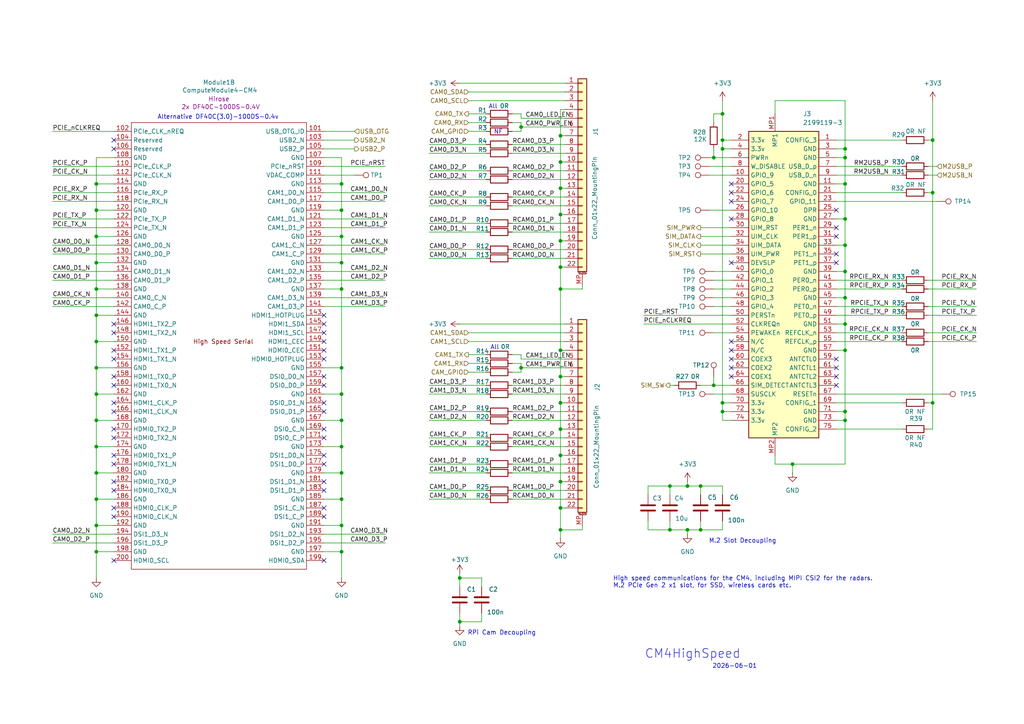
<source format=kicad_sch>
(kicad_sch (version 20231120) (generator "eeschema") (generator_version "8.0")
  (paper "A4")
  (lib_symbols
    (symbol "2199119-3:M2_B_Key"
      (property "Reference" "J" (at 95.25 12.7 0))
      (property "Value" "2199119-3" (at 95.25 10.16 0))
      (symbol "M2_B_Key_1_1"
        (pin passive line (at 7.62 12.7 270) (length 5.08) (name "CONFIG_3") (number "1"))
        (pin passive line (at 17.78 -17.78 90) (length 5.08) (name "GPIO_9") (number "10"))
        (pin passive line (at 20.32 12.7 270) (length 5.08) (name "GND") (number "11"))
        (pin passive line (at 7.62 -17.78 90) (length 5.08) (name "3.3v") (number "2"))
        (pin passive line (at 20.32 -17.78 90) (length 5.08) (name "GPIO_5") (number "20"))
        (pin passive line (at 22.86 12.7 270) (length 5.08) (name "CONFIG_0") (number "21"))
        (pin passive line (at 22.86 -17.78 90) (length 5.08) (name "GPIO_6") (number "22"))
        (pin passive line (at 25.4 12.7 270) (length 5.08) (name "GPIO_11") (number "23"))
        (pin passive line (at 25.4 -17.78 90) (length 5.08) (name "GPIO_7") (number "24"))
        (pin passive line (at 27.94 12.7 270) (length 5.08) (name "DPR") (number "25"))
        (pin passive line (at 27.94 -17.78 90) (length 5.08) (name "GPIO_10") (number "26"))
        (pin passive line (at 30.48 12.7 270) (length 5.08) (name "GND") (number "27"))
        (pin passive line (at 30.48 -17.78 90) (length 5.08) (name "GPIO_8") (number "28"))
        (pin passive line (at 33.02 12.7 270) (length 5.08) (name "PER1_n") (number "29"))
        (pin passive line (at 10.16 12.7 270) (length 5.08) (name "GND") (number "3"))
        (pin passive line (at 33.02 -17.78 90) (length 5.08) (name "UIM_RST") (number "30"))
        (pin passive line (at 35.56 12.7 270) (length 5.08) (name "PER1_p") (number "31"))
        (pin passive line (at 35.56 -17.78 90) (length 5.08) (name "UIM_CLK") (number "32"))
        (pin passive line (at 38.1 12.7 270) (length 5.08) (name "GND") (number "33"))
        (pin passive line (at 38.1 -17.78 90) (length 5.08) (name "UIM_DATA") (number "34"))
        (pin passive line (at 40.64 12.7 270) (length 5.08) (name "PET1_n") (number "35"))
        (pin passive line (at 40.64 -17.78 90) (length 5.08) (name "UIM_PWR") (number "36"))
        (pin passive line (at 43.18 12.7 270) (length 5.08) (name "PET1_p") (number "37"))
        (pin passive line (at 43.18 -17.78 90) (length 5.08) (name "DEVSLP") (number "38"))
        (pin passive line (at 45.72 12.7 270) (length 5.08) (name "GND") (number "39"))
        (pin passive line (at 10.16 -17.78 90) (length 5.08) (name "3.3v") (number "4"))
        (pin passive line (at 45.72 -17.78 90) (length 5.08) (name "GPIO_0") (number "40"))
        (pin passive line (at 48.26 12.7 270) (length 5.08) (name "PER0_n") (number "41"))
        (pin passive line (at 48.26 -17.78 90) (length 5.08) (name "GPIO_1") (number "42"))
        (pin passive line (at 50.8 12.7 270) (length 5.08) (name "PER0_p") (number "43"))
        (pin passive line (at 50.8 -17.78 90) (length 5.08) (name "GPIO_2") (number "44"))
        (pin passive line (at 53.34 12.7 270) (length 5.08) (name "GND") (number "45"))
        (pin passive line (at 53.34 -17.78 90) (length 5.08) (name "GPIO_3") (number "46"))
        (pin passive line (at 55.88 12.7 270) (length 5.08) (name "PET0_n") (number "47"))
        (pin passive line (at 55.88 -17.78 90) (length 5.08) (name "GPIO_4") (number "48"))
        (pin passive line (at 58.42 12.7 270) (length 5.08) (name "PET0_p") (number "49"))
        (pin passive line (at 12.7 12.7 270) (length 5.08) (name "GND") (number "5"))
        (pin passive line (at 58.42 -17.78 90) (length 5.08) (name "PERSTn") (number "50"))
        (pin passive line (at 60.96 12.7 270) (length 5.08) (name "GND") (number "51"))
        (pin passive line (at 60.96 -17.78 90) (length 5.08) (name "CLKREQn") (number "52"))
        (pin passive line (at 63.5 12.7 270) (length 5.08) (name "REFCLK_n") (number "53"))
        (pin passive line (at 63.5 -17.78 90) (length 5.08) (name "PEWAKEn") (number "54"))
        (pin passive line (at 66.04 12.7 270) (length 5.08) (name "REFCLK_p") (number "55"))
        (pin passive line (at 66.04 -17.78 90) (length 5.08) (name "N/C") (number "56"))
        (pin passive line (at 68.58 12.7 270) (length 5.08) (name "GND") (number "57"))
        (pin passive line (at 68.58 -17.78 90) (length 5.08) (name "N/C") (number "58"))
        (pin passive line (at 71.12 12.7 270) (length 5.08) (name "ANTCTL0") (number "59"))
        (pin passive line (at 12.7 -17.78 90) (length 5.08) (name "PWRn") (number "6"))
        (pin passive line (at 71.12 -17.78 90) (length 5.08) (name "COEX3") (number "60"))
        (pin passive line (at 73.66 12.7 270) (length 5.08) (name "ANTCTL1") (number "61"))
        (pin passive line (at 73.66 -17.78 90) (length 5.08) (name "COEX2") (number "62"))
        (pin passive line (at 76.2 12.7 270) (length 5.08) (name "ANTCTL2") (number "63"))
        (pin passive line (at 76.2 -17.78 90) (length 5.08) (name "COEX1") (number "64"))
        (pin passive line (at 78.74 12.7 270) (length 5.08) (name "ANTCTL3") (number "65"))
        (pin passive line (at 78.74 -17.78 90) (length 5.08) (name "SIM_DETECT") (number "66"))
        (pin passive line (at 81.28 12.7 270) (length 5.08) (name "RESETn") (number "67"))
        (pin passive line (at 81.28 -17.78 90) (length 5.08) (name "SUSCLK") (number "68"))
        (pin passive line (at 83.82 12.7 270) (length 5.08) (name "CONFIG_1") (number "69"))
        (pin passive line (at 15.24 12.7 270) (length 5.08) (name "USB_D_p") (number "7"))
        (pin passive line (at 83.82 -17.78 90) (length 5.08) (name "3.3v") (number "70"))
        (pin passive line (at 86.36 12.7 270) (length 5.08) (name "GND") (number "71"))
        (pin passive line (at 86.36 -17.78 90) (length 5.08) (name "3.3v") (number "72"))
        (pin passive line (at 88.9 12.7 270) (length 5.08) (name "GND") (number "73"))
        (pin passive line (at 88.9 -17.78 90) (length 5.08) (name "3.3v") (number "74"))
        (pin passive line (at 91.44 12.7 270) (length 5.08) (name "CONFIG_2") (number "75"))
        (pin passive line (at 15.24 -17.78 90) (length 5.08) (name "W_DISABLE") (number "8"))
        (pin passive line (at 17.78 12.7 270) (length 5.08) (name "USB_D_n") (number "9"))
        (pin passive line (at 0 -5.08 0) (length 5.08) (name "MP1") (number "MP1"))
        (pin passive line (at 99.06 -5.08 180) (length 5.08) (name "MP2") (number "MP2"))
      )
    )
    (symbol "CM4IO:ComputeModule4-CM4"
      (property "Reference" "Module" (at 113.03 -68.58 0))
      (property "Value" "ComputeModule4-CM4" (at 140.97 2.54 0))
      (property "Field4" "Hirose" (at 0 0 0))
      (property "Field5" "2x DF40C-100DS-0.4V" (at 0 -2.54 0))
      (symbol "ComputeModule4-CM4_1_0"
        (text "GPIO" (at 0 6.35 0) (effects (font (size 1.27 1.27))))
      )
      (symbol "ComputeModule4-CM4_1_1"
        (text "600mA Max" (at -8.89 -53.34 0) (effects (font (size 1.27 1.27))))
        (text "600mA Max" (at -8.89 -48.26 0) (effects (font (size 1.27 1.27))))
        (text "NB SD signals are only available" (at -1.27 -27.94 0) (effects (font (size 1.27 1.27))))
        (text "on modules without eMMC" (at -1.27 -30.48 0) (effects (font (size 1.27 1.27))))
        (pin power_in line (at 27.94 55.88 180) (length 2.54) (name "GND") (number "1"))
        (pin passive line (at -33.02 45.72 0) (length 2.54) (name "Ethernet_Pair0_N") (number "10"))
        (pin output line (at -33.02 -68.58 0) (length 2.54) (name "nEXTRST") (number "100"))
        (pin passive line (at 27.94 43.18 180) (length 2.54) (name "Ethernet_Pair2_P") (number "11"))
        (pin passive line (at -33.02 43.18 0) (length 2.54) (name "Ethernet_Pair0_P") (number "12"))
        (pin power_in line (at 27.94 40.64 180) (length 2.54) (name "GND") (number "13"))
        (pin power_in line (at -33.02 40.64 0) (length 2.54) (name "GND") (number "14"))
        (pin output line (at 27.94 38.1 180) (length 2.54) (name "Ethernet_nLED3(3.3v)") (number "15"))
        (pin input line (at -33.02 38.1 0) (length 2.54) (name "Ethernet_SYNC_IN(1.8v)") (number "16"))
        (pin output line (at 27.94 35.56 180) (length 2.54) (name "Ethernet_nLED2(3.3v)") (number "17"))
        (pin input line (at -33.02 35.56 0) (length 2.54) (name "Ethernet_SYNC_OUT(1.8v)") (number "18"))
        (pin output line (at 27.94 33.02 180) (length 2.54) (name "Ethernet_nLED1(3.3v)") (number "19"))
        (pin power_in line (at -33.02 55.88 0) (length 2.54) (name "GND") (number "2"))
        (pin passive line (at -33.02 33.02 0) (length 2.54) (name "EEPROM_nWP") (number "20"))
        (pin open_collector line (at 27.94 30.48 180) (length 2.54) (name "PI_nLED_Activity") (number "21"))
        (pin power_in line (at -33.02 30.48 0) (length 2.54) (name "GND") (number "22"))
        (pin power_in line (at 27.94 27.94 180) (length 2.54) (name "GND") (number "23"))
        (pin passive line (at -33.02 27.94 0) (length 2.54) (name "GPIO26") (number "24"))
        (pin passive line (at 27.94 25.4 180) (length 2.54) (name "GPIO21") (number "25"))
        (pin passive line (at -33.02 25.4 0) (length 2.54) (name "GPIO19") (number "26"))
        (pin passive line (at 27.94 22.86 180) (length 2.54) (name "GPIO20") (number "27"))
        (pin passive line (at -33.02 22.86 0) (length 2.54) (name "GPIO13") (number "28"))
        (pin passive line (at 27.94 20.32 180) (length 2.54) (name "GPIO16") (number "29"))
        (pin passive line (at 27.94 53.34 180) (length 2.54) (name "Ethernet_Pair3_P") (number "3"))
        (pin passive line (at -33.02 20.32 0) (length 2.54) (name "GPIO6") (number "30"))
        (pin passive line (at 27.94 17.78 180) (length 2.54) (name "GPIO12") (number "31"))
        (pin power_in line (at -33.02 17.78 0) (length 2.54) (name "GND") (number "32"))
        (pin power_in line (at 27.94 15.24 180) (length 2.54) (name "GND") (number "33"))
        (pin passive line (at -33.02 15.24 0) (length 2.54) (name "GPIO5") (number "34"))
        (pin passive line (at 27.94 12.7 180) (length 2.54) (name "ID_SC") (number "35"))
        (pin passive line (at -33.02 12.7 0) (length 2.54) (name "ID_SD") (number "36"))
        (pin passive line (at 27.94 10.16 180) (length 2.54) (name "GPIO7") (number "37"))
        (pin passive line (at -33.02 10.16 0) (length 2.54) (name "GPIO11") (number "38"))
        (pin passive line (at 27.94 7.62 180) (length 2.54) (name "GPIO8") (number "39"))
        (pin passive line (at -33.02 53.34 0) (length 2.54) (name "Ethernet_Pair1_P") (number "4"))
        (pin passive line (at -33.02 7.62 0) (length 2.54) (name "GPIO9") (number "40"))
        (pin passive line (at 27.94 5.08 180) (length 2.54) (name "GPIO25") (number "41"))
        (pin power_in line (at -33.02 5.08 0) (length 2.54) (name "GND") (number "42"))
        (pin power_in line (at 27.94 2.54 180) (length 2.54) (name "GND") (number "43"))
        (pin passive line (at -33.02 2.54 0) (length 2.54) (name "GPIO10") (number "44"))
        (pin passive line (at 27.94 0 180) (length 2.54) (name "GPIO24") (number "45"))
        (pin passive line (at -33.02 0 0) (length 2.54) (name "GPIO22") (number "46"))
        (pin passive line (at 27.94 -2.54 180) (length 2.54) (name "GPIO23") (number "47"))
        (pin passive line (at -33.02 -2.54 0) (length 2.54) (name "GPIO27") (number "48"))
        (pin passive line (at 27.94 -5.08 180) (length 2.54) (name "GPIO18") (number "49"))
        (pin passive line (at 27.94 50.8 180) (length 2.54) (name "Ethernet_Pair3_N") (number "5"))
        (pin passive line (at -33.02 -5.08 0) (length 2.54) (name "GPIO17") (number "50"))
        (pin passive line (at 27.94 -7.62 180) (length 2.54) (name "GPIO15") (number "51"))
        (pin power_in line (at -33.02 -7.62 0) (length 2.54) (name "GND") (number "52"))
        (pin power_in line (at 27.94 -10.16 180) (length 2.54) (name "GND") (number "53"))
        (pin passive line (at -33.02 -10.16 0) (length 2.54) (name "GPIO4") (number "54"))
        (pin passive line (at 27.94 -12.7 180) (length 2.54) (name "GPIO14") (number "55"))
        (pin passive line (at -33.02 -12.7 0) (length 2.54) (name "GPIO3") (number "56"))
        (pin passive line (at 27.94 -15.24 180) (length 2.54) (name "SD_CLK") (number "57"))
        (pin passive line (at -33.02 -15.24 0) (length 2.54) (name "GPIO2") (number "58"))
        (pin power_in line (at 27.94 -17.78 180) (length 2.54) (name "GND") (number "59"))
        (pin passive line (at -33.02 50.8 0) (length 2.54) (name "Ethernet_Pair1_N") (number "6"))
        (pin power_in line (at -33.02 -17.78 0) (length 2.54) (name "GND") (number "60"))
        (pin passive line (at 27.94 -20.32 180) (length 2.54) (name "SD_DAT3") (number "61"))
        (pin passive line (at -33.02 -20.32 0) (length 2.54) (name "SD_CMD") (number "62"))
        (pin passive line (at 27.94 -22.86 180) (length 2.54) (name "SD_DAT0") (number "63"))
        (pin passive line (at -33.02 -22.86 0) (length 2.54) (name "SD_DAT5") (number "64"))
        (pin power_in line (at 27.94 -25.4 180) (length 2.54) (name "GND") (number "65"))
        (pin power_in line (at -33.02 -25.4 0) (length 2.54) (name "GND") (number "66"))
        (pin passive line (at 27.94 -27.94 180) (length 2.54) (name "SD_DAT1") (number "67"))
        (pin passive line (at -33.02 -27.94 0) (length 2.54) (name "SD_DAT4") (number "68"))
        (pin passive line (at 27.94 -30.48 180) (length 2.54) (name "SD_DAT2") (number "69"))
        (pin power_in line (at 27.94 48.26 180) (length 2.54) (name "GND") (number "7"))
        (pin passive line (at -33.02 -30.48 0) (length 2.54) (name "SD_DAT7") (number "70"))
        (pin power_in line (at 27.94 -33.02 180) (length 2.54) (name "GND") (number "71"))
        (pin passive line (at -33.02 -33.02 0) (length 2.54) (name "SD_DAT6") (number "72"))
        (pin input line (at 27.94 -35.56 180) (length 2.54) (name "SD_VDD_Override") (number "73"))
        (pin power_in line (at -33.02 -35.56 0) (length 2.54) (name "GND") (number "74"))
        (pin output line (at 27.94 -38.1 180) (length 2.54) (name "SD_PWR_ON") (number "75"))
        (pin passive line (at -33.02 -38.1 0) (length 2.54) (name "Reserved") (number "76"))
        (pin power_in line (at 27.94 -40.64 180) (length 2.54) (name "+5v_(Input)") (number "77"))
        (pin power_in line (at -33.02 -40.64 0) (length 2.54) (name "GPIO_VREF(1.8v/3.3v_Input)") (number "78"))
        (pin power_in line (at 27.94 -43.18 180) (length 2.54) (name "+5v_(Input)") (number "79"))
        (pin power_in line (at -33.02 48.26 0) (length 2.54) (name "GND") (number "8"))
        (pin passive line (at -33.02 -43.18 0) (length 2.54) (name "SCL0") (number "80"))
        (pin power_in line (at 27.94 -45.72 180) (length 2.54) (name "+5v_(Input)") (number "81"))
        (pin passive line (at -33.02 -45.72 0) (length 2.54) (name "SDA0") (number "82"))
        (pin power_in line (at 27.94 -48.26 180) (length 2.54) (name "+5v_(Input)") (number "83"))
        (pin power_out line (at -33.02 -48.26 0) (length 2.54) (name "+3.3v_(Output)") (number "84"))
        (pin power_in line (at 27.94 -50.8 180) (length 2.54) (name "+5v_(Input)") (number "85"))
        (pin power_out line (at -33.02 -50.8 0) (length 2.54) (name "+3.3v_(Output)") (number "86"))
        (pin power_in line (at 27.94 -53.34 180) (length 2.54) (name "+5v_(Input)") (number "87"))
        (pin power_out line (at -33.02 -53.34 0) (length 2.54) (name "+1.8v_(Output)") (number "88"))
        (pin power_in line (at 27.94 -55.88 180) (length 2.54) (name "WiFi_nDisable") (number "89"))
        (pin passive line (at 27.94 45.72 180) (length 2.54) (name "Ethernet_Pair2_N") (number "9"))
        (pin power_out line (at -33.02 -55.88 0) (length 2.54) (name "+1.8v_(Output)") (number "90"))
        (pin power_in line (at 27.94 -58.42 180) (length 2.54) (name "BT_nDisable") (number "91"))
        (pin passive line (at -33.02 -58.42 0) (length 2.54) (name "RUN_PG") (number "92"))
        (pin input line (at 27.94 -60.96 180) (length 2.54) (name "nRPIBOOT") (number "93"))
        (pin passive line (at -33.02 -60.96 0) (length 2.54) (name "AnalogIP1") (number "94"))
        (pin output line (at 27.94 -63.5 180) (length 2.54) (name "nPI_LED_PWR") (number "95"))
        (pin passive line (at -33.02 -63.5 0) (length 2.54) (name "AnalogIP0") (number "96"))
        (pin passive line (at 27.94 -66.04 180) (length 2.54) (name "Camera_GPIO") (number "97"))
        (pin power_in line (at -33.02 -66.04 0) (length 2.54) (name "GND") (number "98"))
        (pin input line (at 27.94 -68.58 180) (length 2.54) (name "Global_EN") (number "99"))
      )
      (symbol "ComputeModule4-CM4_2_1"
        (text "High Speed Serial" (at 140.97 0 0) (effects (font (size 1.27 1.27))))
        (pin input line (at 170.18 60.96 180) (length 5.08) (name "USB_OTG_ID") (number "101"))
        (pin input line (at 109.22 60.96 0) (length 5.08) (name "PCIe_CLK_nREQ") (number "102"))
        (pin passive line (at 170.18 58.42 180) (length 5.08) (name "USB2_N") (number "103"))
        (pin passive line (at 109.22 58.42 0) (length 5.08) (name "Reserved") (number "104"))
        (pin passive line (at 170.18 55.88 180) (length 5.08) (name "USB2_P") (number "105"))
        (pin passive line (at 109.22 55.88 0) (length 5.08) (name "Reserved") (number "106"))
        (pin power_in line (at 170.18 53.34 180) (length 5.08) (name "GND") (number "107"))
        (pin power_in line (at 109.22 53.34 0) (length 5.08) (name "GND") (number "108"))
        (pin bidirectional line (at 170.18 50.8 180) (length 5.08) (name "PCIe_nRST") (number "109"))
        (pin output line (at 109.22 50.8 0) (length 5.08) (name "PCIe_CLK_P") (number "110"))
        (pin passive line (at 170.18 48.26 180) (length 5.08) (name "VDAC_COMP") (number "111"))
        (pin output line (at 109.22 48.26 0) (length 5.08) (name "PCIe_CLK_N") (number "112"))
        (pin power_in line (at 170.18 45.72 180) (length 5.08) (name "GND") (number "113"))
        (pin power_in line (at 109.22 45.72 0) (length 5.08) (name "GND") (number "114"))
        (pin input line (at 170.18 43.18 180) (length 5.08) (name "CAM1_D0_N") (number "115"))
        (pin input line (at 109.22 43.18 0) (length 5.08) (name "PCIe_RX_P") (number "116"))
        (pin input line (at 170.18 40.64 180) (length 5.08) (name "CAM1_D0_P") (number "117"))
        (pin input line (at 109.22 40.64 0) (length 5.08) (name "PCIe_RX_N") (number "118"))
        (pin power_in line (at 170.18 38.1 180) (length 5.08) (name "GND") (number "119"))
        (pin power_in line (at 109.22 38.1 0) (length 5.08) (name "GND") (number "120"))
        (pin input line (at 170.18 35.56 180) (length 5.08) (name "CAM1_D1_N") (number "121"))
        (pin output line (at 109.22 35.56 0) (length 5.08) (name "PCIe_TX_P") (number "122"))
        (pin input line (at 170.18 33.02 180) (length 5.08) (name "CAM1_D1_P") (number "123"))
        (pin output line (at 109.22 33.02 0) (length 5.08) (name "PCIe_TX_N") (number "124"))
        (pin power_in line (at 170.18 30.48 180) (length 5.08) (name "GND") (number "125"))
        (pin power_in line (at 109.22 30.48 0) (length 5.08) (name "GND") (number "126"))
        (pin input line (at 170.18 27.94 180) (length 5.08) (name "CAM1_C_N") (number "127"))
        (pin input line (at 109.22 27.94 0) (length 5.08) (name "CAM0_D0_N") (number "128"))
        (pin input line (at 170.18 25.4 180) (length 5.08) (name "CAM1_C_P") (number "129"))
        (pin input line (at 109.22 25.4 0) (length 5.08) (name "CAM0_D0_P") (number "130"))
        (pin power_in line (at 170.18 22.86 180) (length 5.08) (name "GND") (number "131"))
        (pin power_in line (at 109.22 22.86 0) (length 5.08) (name "GND") (number "132"))
        (pin input line (at 170.18 20.32 180) (length 5.08) (name "CAM1_D2_N") (number "133"))
        (pin input line (at 109.22 20.32 0) (length 5.08) (name "CAM0_D1_N") (number "134"))
        (pin input line (at 170.18 17.78 180) (length 5.08) (name "CAM1_D2_P") (number "135"))
        (pin input line (at 109.22 17.78 0) (length 5.08) (name "CAM0_D1_P") (number "136"))
        (pin power_in line (at 170.18 15.24 180) (length 5.08) (name "GND") (number "137"))
        (pin power_in line (at 109.22 15.24 0) (length 5.08) (name "GND") (number "138"))
        (pin input line (at 170.18 12.7 180) (length 5.08) (name "CAM1_D3_N") (number "139"))
        (pin input line (at 109.22 12.7 0) (length 5.08) (name "CAM0_C_N") (number "140"))
        (pin input line (at 170.18 10.16 180) (length 5.08) (name "CAM1_D3_P") (number "141"))
        (pin input line (at 109.22 10.16 0) (length 5.08) (name "CAM0_C_P") (number "142"))
        (pin input line (at 170.18 7.62 180) (length 5.08) (name "HDMI1_HOTPLUG") (number "143"))
        (pin power_in line (at 109.22 7.62 0) (length 5.08) (name "GND") (number "144"))
        (pin bidirectional line (at 170.18 5.08 180) (length 5.08) (name "HDMI1_SDA") (number "145"))
        (pin output line (at 109.22 5.08 0) (length 5.08) (name "HDMI1_TX2_P") (number "146"))
        (pin open_collector line (at 170.18 2.54 180) (length 5.08) (name "HDMI1_SCL") (number "147"))
        (pin output line (at 109.22 2.54 0) (length 5.08) (name "HDMI1_TX2_N") (number "148"))
        (pin open_collector line (at 170.18 0 180) (length 5.08) (name "HDMI1_CEC") (number "149"))
        (pin power_in line (at 109.22 0 0) (length 5.08) (name "GND") (number "150"))
        (pin open_collector line (at 170.18 -2.54 180) (length 5.08) (name "HDMI0_CEC") (number "151"))
        (pin output line (at 109.22 -2.54 0) (length 5.08) (name "HDMI1_TX1_P") (number "152"))
        (pin input line (at 170.18 -5.08 180) (length 5.08) (name "HDMI0_HOTPLUG") (number "153"))
        (pin output line (at 109.22 -5.08 0) (length 5.08) (name "HDMI1_TX1_N") (number "154"))
        (pin power_in line (at 170.18 -7.62 180) (length 5.08) (name "GND") (number "155"))
        (pin power_in line (at 109.22 -7.62 0) (length 5.08) (name "GND") (number "156"))
        (pin output line (at 170.18 -10.16 180) (length 5.08) (name "DSI0_D0_N") (number "157"))
        (pin output line (at 109.22 -10.16 0) (length 5.08) (name "HDMI1_TX0_P") (number "158"))
        (pin output line (at 170.18 -12.7 180) (length 5.08) (name "DSI0_D0_P") (number "159"))
        (pin output line (at 109.22 -12.7 0) (length 5.08) (name "HDMI1_TX0_N") (number "160"))
        (pin power_in line (at 170.18 -15.24 180) (length 5.08) (name "GND") (number "161"))
        (pin power_in line (at 109.22 -15.24 0) (length 5.08) (name "GND") (number "162"))
        (pin output line (at 170.18 -17.78 180) (length 5.08) (name "DSI0_D1_N") (number "163"))
        (pin output line (at 109.22 -17.78 0) (length 5.08) (name "HDMI1_CLK_P") (number "164"))
        (pin output line (at 170.18 -20.32 180) (length 5.08) (name "DSI0_D1_P") (number "165"))
        (pin output line (at 109.22 -20.32 0) (length 5.08) (name "HDMI1_CLK_N") (number "166"))
        (pin power_in line (at 170.18 -22.86 180) (length 5.08) (name "GND") (number "167"))
        (pin power_in line (at 109.22 -22.86 0) (length 5.08) (name "GND") (number "168"))
        (pin output line (at 170.18 -25.4 180) (length 5.08) (name "DSI0_C_N") (number "169"))
        (pin output line (at 109.22 -25.4 0) (length 5.08) (name "HDMI0_TX2_P") (number "170"))
        (pin output line (at 170.18 -27.94 180) (length 5.08) (name "DSI0_C_P") (number "171"))
        (pin output line (at 109.22 -27.94 0) (length 5.08) (name "HDMI0_TX2_N") (number "172"))
        (pin power_in line (at 170.18 -30.48 180) (length 5.08) (name "GND") (number "173"))
        (pin power_in line (at 109.22 -30.48 0) (length 5.08) (name "GND") (number "174"))
        (pin output line (at 170.18 -33.02 180) (length 5.08) (name "DSI1_D0_N") (number "175"))
        (pin output line (at 109.22 -33.02 0) (length 5.08) (name "HDMI0_TX1_P") (number "176"))
        (pin output line (at 170.18 -35.56 180) (length 5.08) (name "DSI1_D0_P") (number "177"))
        (pin output line (at 109.22 -35.56 0) (length 5.08) (name "HDMI0_TX1_N") (number "178"))
        (pin power_in line (at 170.18 -38.1 180) (length 5.08) (name "GND") (number "179"))
        (pin power_in line (at 109.22 -38.1 0) (length 5.08) (name "GND") (number "180"))
        (pin output line (at 170.18 -40.64 180) (length 5.08) (name "DSI1_D1_N") (number "181"))
        (pin output line (at 109.22 -40.64 0) (length 5.08) (name "HDMI0_TX0_P") (number "182"))
        (pin output line (at 170.18 -43.18 180) (length 5.08) (name "DSI1_D1_P") (number "183"))
        (pin output line (at 109.22 -43.18 0) (length 5.08) (name "HDMI0_TX0_N") (number "184"))
        (pin power_in line (at 170.18 -45.72 180) (length 5.08) (name "GND") (number "185"))
        (pin power_in line (at 109.22 -45.72 0) (length 5.08) (name "GND") (number "186"))
        (pin output line (at 170.18 -48.26 180) (length 5.08) (name "DSI1_C_N") (number "187"))
        (pin output line (at 109.22 -48.26 0) (length 5.08) (name "HDMI0_CLK_P") (number "188"))
        (pin output line (at 170.18 -50.8 180) (length 5.08) (name "DSI1_C_P") (number "189"))
        (pin output line (at 109.22 -50.8 0) (length 5.08) (name "HDMI0_CLK_N") (number "190"))
        (pin power_in line (at 170.18 -53.34 180) (length 5.08) (name "GND") (number "191"))
        (pin power_in line (at 109.22 -53.34 0) (length 5.08) (name "GND") (number "192"))
        (pin output line (at 170.18 -55.88 180) (length 5.08) (name "DSI1_D2_N") (number "193"))
        (pin output line (at 109.22 -55.88 0) (length 5.08) (name "DSI1_D3_N") (number "194"))
        (pin output line (at 170.18 -58.42 180) (length 5.08) (name "DSI1_D2_P") (number "195"))
        (pin output line (at 109.22 -58.42 0) (length 5.08) (name "DSI1_D3_P") (number "196"))
        (pin power_in line (at 170.18 -60.96 180) (length 5.08) (name "GND") (number "197"))
        (pin power_in line (at 109.22 -60.96 0) (length 5.08) (name "GND") (number "198"))
        (pin bidirectional line (at 170.18 -63.5 180) (length 5.08) (name "HDMI0_SDA") (number "199"))
        (pin open_collector line (at 109.22 -63.5 0) (length 5.08) (name "HDMI0_SCL") (number "200"))
      )
    )
    (symbol "Connector:TestPoint" (pin_numbers hide) (pin_names (offset 0.762) hide)
      (property "Reference" "TP" (at 0 6.858 0))
      (property "Value" "TestPoint" (at 0 5.08 0))
      (symbol "TestPoint_1_1"
        (pin passive line (at 0 0 90) (length 2.54) (name "1") (number "1"))
      )
    )
    (symbol "Connector_Generic_MountingPin:Conn_01x22_MountingPin" (pin_names (offset 1.016) hide)
      (property "Reference" "J" (at 0 27.94 0))
      (property "Value" "Conn_01x22_MountingPin" (at 1.27 -30.48 0))
      (symbol "Conn_01x22_MountingPin_1_1"
        (text "Mounting" (at 0 -29.591 0) (effects (font (size 0.381 0.381))))
        (pin passive line (at -5.08 25.4 0) (length 3.81) (name "Pin_1") (number "1"))
        (pin passive line (at -5.08 2.54 0) (length 3.81) (name "Pin_10") (number "10"))
        (pin passive line (at -5.08 0 0) (length 3.81) (name "Pin_11") (number "11"))
        (pin passive line (at -5.08 -2.54 0) (length 3.81) (name "Pin_12") (number "12"))
        (pin passive line (at -5.08 -5.08 0) (length 3.81) (name "Pin_13") (number "13"))
        (pin passive line (at -5.08 -7.62 0) (length 3.81) (name "Pin_14") (number "14"))
        (pin passive line (at -5.08 -10.16 0) (length 3.81) (name "Pin_15") (number "15"))
        (pin passive line (at -5.08 -12.7 0) (length 3.81) (name "Pin_16") (number "16"))
        (pin passive line (at -5.08 -15.24 0) (length 3.81) (name "Pin_17") (number "17"))
        (pin passive line (at -5.08 -17.78 0) (length 3.81) (name "Pin_18") (number "18"))
        (pin passive line (at -5.08 -20.32 0) (length 3.81) (name "Pin_19") (number "19"))
        (pin passive line (at -5.08 22.86 0) (length 3.81) (name "Pin_2") (number "2"))
        (pin passive line (at -5.08 -22.86 0) (length 3.81) (name "Pin_20") (number "20"))
        (pin passive line (at -5.08 -25.4 0) (length 3.81) (name "Pin_21") (number "21"))
        (pin passive line (at -5.08 -27.94 0) (length 3.81) (name "Pin_22") (number "22"))
        (pin passive line (at -5.08 20.32 0) (length 3.81) (name "Pin_3") (number "3"))
        (pin passive line (at -5.08 17.78 0) (length 3.81) (name "Pin_4") (number "4"))
        (pin passive line (at -5.08 15.24 0) (length 3.81) (name "Pin_5") (number "5"))
        (pin passive line (at -5.08 12.7 0) (length 3.81) (name "Pin_6") (number "6"))
        (pin passive line (at -5.08 10.16 0) (length 3.81) (name "Pin_7") (number "7"))
        (pin passive line (at -5.08 7.62 0) (length 3.81) (name "Pin_8") (number "8"))
        (pin passive line (at -5.08 5.08 0) (length 3.81) (name "Pin_9") (number "9"))
        (pin passive line (at 0 -33.02 90) (length 3.048) (name "MountPin") (number "MP"))
      )
    )
    (symbol "Device:C" (pin_numbers hide) (pin_names (offset 0.254))
      (property "Reference" "C" (at 0.635 2.54 0))
      (property "Value" "C" (at 0.635 -2.54 0))
      (symbol "C_1_1"
        (pin passive line (at 0 3.81 270) (length 2.794) (name "~") (number "1"))
        (pin passive line (at 0 -3.81 90) (length 2.794) (name "~") (number "2"))
      )
    )
    (symbol "Device:R" (pin_numbers hide) (pin_names (offset 0))
      (property "Reference" "R" (at 2.032 0 90))
      (property "Value" "R" (at 0 0 90))
      (symbol "R_1_1"
        (pin passive line (at 0 3.81 270) (length 1.27) (name "~") (number "1"))
        (pin passive line (at 0 -3.81 90) (length 1.27) (name "~") (number "2"))
      )
    )
    (symbol "power:+3.3V" (power) (pin_numbers hide) (pin_names (offset 0) hide)
      (property "Value" "+3.3V" (at 0 3.556 0))
      (symbol "+3.3V_1_1"
        (pin power_in line (at 0 0 90) (length 0) (name "~") (number "1"))
      )
    )
    (symbol "power:+3V3" (power) (pin_numbers hide) (pin_names (offset 0) hide)
      (property "Value" "+3V3" (at 0 3.556 0))
      (symbol "+3V3_1_1"
        (pin power_in line (at 0 0 90) (length 0) (name "~") (number "1"))
      )
    )
    (symbol "power:GND" (power) (pin_numbers hide) (pin_names (offset 0) hide)
      (property "Value" "GND" (at 0 -3.81 0))
      (symbol "GND_1_1"
        (pin power_in line (at 0 0 270) (length 0) (name "~") (number "1"))
      )
    )
  )
  (junction (at 162.56 139.7))
  (junction (at 194.31 153.67))
  (junction (at 99.06 121.92))
  (junction (at 245.11 53.34))
  (junction (at 133.35 180.34))
  (junction (at 207.01 45.72))
  (junction (at 27.94 106.68))
  (junction (at 245.11 86.36))
  (junction (at 99.06 83.82))
  (junction (at 245.11 45.72))
  (junction (at 99.06 137.16))
  (junction (at 99.06 152.4))
  (junction (at 162.56 39.37))
  (junction (at 151.13 106.68))
  (junction (at 199.39 140.97))
  (junction (at 151.13 36.83))
  (junction (at 270.51 55.88))
  (junction (at 27.94 99.06))
  (junction (at 99.06 160.02))
  (junction (at 162.56 62.23))
  (junction (at 27.94 129.54))
  (junction (at 99.06 68.58))
  (junction (at 27.94 137.16))
  (junction (at 245.11 71.12))
  (junction (at 27.94 53.34))
  (junction (at 270.51 40.64))
  (junction (at 99.06 114.3))
  (junction (at 245.11 63.5))
  (junction (at 209.55 119.38))
  (junction (at 27.94 114.3))
  (junction (at 27.94 121.92))
  (junction (at 99.06 106.68))
  (junction (at 245.11 121.92))
  (junction (at 199.39 153.67))
  (junction (at 27.94 160.02))
  (junction (at 27.94 152.4))
  (junction (at 270.51 116.84))
  (junction (at 99.06 53.34))
  (junction (at 162.56 147.32))
  (junction (at 99.06 144.78))
  (junction (at 162.56 69.85))
  (junction (at 203.2 140.97))
  (junction (at 27.94 144.78))
  (junction (at 207.01 111.76))
  (junction (at 162.56 101.6))
  (junction (at 209.55 43.18))
  (junction (at 245.11 101.6))
  (junction (at 27.94 83.82))
  (junction (at 162.56 54.61))
  (junction (at 203.2 153.67))
  (junction (at 162.56 124.46))
  (junction (at 209.55 33.02))
  (junction (at 229.87 134.62))
  (junction (at 162.56 153.67))
  (junction (at 245.11 78.74))
  (junction (at 99.06 76.2))
  (junction (at 245.11 119.38))
  (junction (at 162.56 132.08))
  (junction (at 162.56 83.82))
  (junction (at 27.94 60.96))
  (junction (at 27.94 76.2))
  (junction (at 245.11 43.18))
  (junction (at 162.56 46.99))
  (junction (at 27.94 91.44))
  (junction (at 27.94 68.58))
  (junction (at 245.11 93.98))
  (junction (at 99.06 60.96))
  (junction (at 162.56 109.22))
  (junction (at 99.06 129.54))
  (junction (at 162.56 77.47))
  (junction (at 162.56 116.84))
  (junction (at 194.31 140.97))
  (junction (at 133.35 167.64))
  (junction (at 209.55 40.64))
  (junction (at 209.55 116.84))
  (no_connect (at 33.02 96.52))
  (no_connect (at 242.57 109.22))
  (no_connect (at 212.09 76.2))
  (no_connect (at 93.98 139.7))
  (no_connect (at 93.98 109.22))
  (no_connect (at 33.02 162.56))
  (no_connect (at 33.02 147.32))
  (no_connect (at 242.57 60.96))
  (no_connect (at 242.57 106.68))
  (no_connect (at 93.98 149.86))
  (no_connect (at 93.98 132.08))
  (no_connect (at 93.98 119.38))
  (no_connect (at 33.02 139.7))
  (no_connect (at 212.09 106.68))
  (no_connect (at 33.02 104.14))
  (no_connect (at 212.09 99.06))
  (no_connect (at 242.57 73.66))
  (no_connect (at 212.09 63.5))
  (no_connect (at 212.09 55.88))
  (no_connect (at 93.98 124.46))
  (no_connect (at 93.98 127))
  (no_connect (at 33.02 116.84))
  (no_connect (at 33.02 124.46))
  (no_connect (at 242.57 76.2))
  (no_connect (at 93.98 134.62))
  (no_connect (at 33.02 142.24))
  (no_connect (at 93.98 147.32))
  (no_connect (at 242.57 66.04))
  (no_connect (at 212.09 109.22))
  (no_connect (at 212.09 58.42))
  (no_connect (at 33.02 93.98))
  (no_connect (at 33.02 43.18))
  (no_connect (at 33.02 40.64))
  (no_connect (at 33.02 132.08))
  (no_connect (at 242.57 111.76))
  (no_connect (at 93.98 93.98))
  (no_connect (at 212.09 53.34))
  (no_connect (at 93.98 116.84))
  (no_connect (at 33.02 111.76))
  (no_connect (at 33.02 101.6))
  (no_connect (at 93.98 111.76))
  (no_connect (at 93.98 101.6))
  (no_connect (at 242.57 68.58))
  (no_connect (at 93.98 104.14))
  (no_connect (at 93.98 96.52))
  (no_connect (at 33.02 119.38))
  (no_connect (at 33.02 127))
  (no_connect (at 33.02 149.86))
  (no_connect (at 33.02 134.62))
  (no_connect (at 33.02 109.22))
  (no_connect (at 93.98 142.24))
  (no_connect (at 212.09 104.14))
  (no_connect (at 93.98 91.44))
  (no_connect (at 93.98 99.06))
  (no_connect (at 93.98 162.56))
  (no_connect (at 212.09 101.6))
  (no_connect (at 242.57 104.14))
  (wire (pts (xy 133.35 93.98) (xy 163.83 93.98)))
  (wire (pts (xy 148.59 52.07) (xy 163.83 52.07)))
  (wire (pts (xy 27.94 121.92) (xy 27.94 129.54)))
  (wire (pts (xy 99.06 129.54) (xy 99.06 137.16)))
  (wire (pts (xy 207.01 33.02) (xy 209.55 33.02)))
  (wire (pts (xy 93.98 114.3) (xy 99.06 114.3)))
  (wire (pts (xy 209.55 29.21) (xy 209.55 33.02)))
  (wire (pts (xy 162.56 31.75) (xy 163.83 31.75)))
  (wire (pts (xy 93.98 152.4) (xy 99.06 152.4)))
  (wire (pts (xy 15.24 86.36) (xy 33.02 86.36)))
  (wire (pts (xy 245.11 93.98) (xy 245.11 101.6)))
  (wire (pts (xy 15.24 58.42) (xy 33.02 58.42)))
  (wire (pts (xy 135.89 29.21) (xy 163.83 29.21)))
  (wire (pts (xy 162.56 83.82) (xy 162.56 101.6)))
  (wire (pts (xy 245.11 43.18) (xy 245.11 45.72)))
  (wire (pts (xy 245.11 119.38) (xy 245.11 121.92)))
  (wire (pts (xy 229.87 134.62) (xy 229.87 137.16)))
  (wire (pts (xy 162.56 31.75) (xy 162.56 39.37)))
  (wire (pts (xy 162.56 54.61) (xy 162.56 62.23)))
  (wire (pts (xy 207.01 96.52) (xy 212.09 96.52)))
  (wire (pts (xy 207.01 35.56) (xy 207.01 33.02)))
  (wire (pts (xy 187.96 143.51) (xy 187.96 140.97)))
  (wire (pts (xy 135.89 99.06) (xy 163.83 99.06)))
  (wire (pts (xy 99.06 152.4) (xy 99.06 160.02)))
  (wire (pts (xy 148.59 107.95) (xy 151.13 107.95)))
  (wire (pts (xy 162.56 83.82) (xy 168.91 83.82)))
  (wire (pts (xy 15.24 81.28) (xy 33.02 81.28)))
  (wire (pts (xy 162.56 153.67) (xy 162.56 156.21)))
  (wire (pts (xy 199.39 153.67) (xy 199.39 154.94)))
  (wire (pts (xy 148.59 33.02) (xy 151.13 33.02)))
  (wire (pts (xy 151.13 36.83) (xy 151.13 38.1)))
  (wire (pts (xy 133.35 180.34) (xy 133.35 181.61)))
  (wire (pts (xy 15.24 71.12) (xy 33.02 71.12)))
  (wire (pts (xy 15.24 157.48) (xy 33.02 157.48)))
  (wire (pts (xy 93.98 83.82) (xy 99.06 83.82)))
  (wire (pts (xy 269.24 91.44) (xy 283.21 91.44)))
  (wire (pts (xy 205.74 60.96) (xy 212.09 60.96)))
  (wire (pts (xy 194.31 153.67) (xy 199.39 153.67)))
  (wire (pts (xy 245.11 71.12) (xy 245.11 63.5)))
  (wire (pts (xy 93.98 88.9) (xy 111.76 88.9)))
  (wire (pts (xy 93.98 129.54) (xy 99.06 129.54)))
  (wire (pts (xy 148.59 114.3) (xy 163.83 114.3)))
  (wire (pts (xy 93.98 144.78) (xy 99.06 144.78)))
  (wire (pts (xy 124.46 121.92) (xy 140.97 121.92)))
  (wire (pts (xy 242.57 91.44) (xy 261.62 91.44)))
  (wire (pts (xy 245.11 43.18) (xy 242.57 43.18)))
  (wire (pts (xy 93.98 60.96) (xy 99.06 60.96)))
  (wire (pts (xy 148.59 105.41) (xy 151.13 105.41)))
  (wire (pts (xy 135.89 33.02) (xy 140.97 33.02)))
  (wire (pts (xy 162.56 147.32) (xy 162.56 153.67)))
  (wire (pts (xy 15.24 48.26) (xy 33.02 48.26)))
  (wire (pts (xy 203.2 68.58) (xy 212.09 68.58)))
  (wire (pts (xy 139.7 180.34) (xy 133.35 180.34)))
  (wire (pts (xy 124.46 119.38) (xy 140.97 119.38)))
  (wire (pts (xy 27.94 76.2) (xy 27.94 83.82)))
  (wire (pts (xy 203.2 66.04) (xy 212.09 66.04)))
  (wire (pts (xy 148.59 134.62) (xy 163.83 134.62)))
  (wire (pts (xy 135.89 105.41) (xy 140.97 105.41)))
  (wire (pts (xy 168.91 82.55) (xy 168.91 83.82)))
  (wire (pts (xy 209.55 116.84) (xy 209.55 43.18)))
  (wire (pts (xy 242.57 101.6) (xy 245.11 101.6)))
  (wire (pts (xy 93.98 137.16) (xy 99.06 137.16)))
  (wire (pts (xy 269.24 96.52) (xy 283.21 96.52)))
  (wire (pts (xy 93.98 106.68) (xy 99.06 106.68)))
  (wire (pts (xy 27.94 144.78) (xy 27.94 152.4)))
  (wire (pts (xy 162.56 69.85) (xy 163.83 69.85)))
  (wire (pts (xy 151.13 35.56) (xy 151.13 36.83)))
  (wire (pts (xy 124.46 127) (xy 140.97 127)))
  (wire (pts (xy 242.57 71.12) (xy 245.11 71.12)))
  (wire (pts (xy 33.02 160.02) (xy 27.94 160.02)))
  (wire (pts (xy 162.56 69.85) (xy 162.56 77.47)))
  (wire (pts (xy 93.98 71.12) (xy 111.76 71.12)))
  (wire (pts (xy 203.2 71.12) (xy 212.09 71.12)))
  (wire (pts (xy 245.11 121.92) (xy 245.11 134.62)))
  (wire (pts (xy 162.56 39.37) (xy 162.56 46.99)))
  (wire (pts (xy 207.01 109.22) (xy 207.01 111.76)))
  (wire (pts (xy 242.57 88.9) (xy 261.62 88.9)))
  (wire (pts (xy 151.13 102.87) (xy 151.13 104.14)))
  (wire (pts (xy 203.2 140.97) (xy 203.2 143.51)))
  (wire (pts (xy 148.59 74.93) (xy 163.83 74.93)))
  (wire (pts (xy 27.94 45.72) (xy 27.94 53.34)))
  (wire (pts (xy 15.24 55.88) (xy 33.02 55.88)))
  (wire (pts (xy 148.59 137.16) (xy 163.83 137.16)))
  (wire (pts (xy 148.59 144.78) (xy 163.83 144.78)))
  (wire (pts (xy 209.55 33.02) (xy 209.55 40.64)))
  (wire (pts (xy 209.55 119.38) (xy 209.55 116.84)))
  (wire (pts (xy 242.57 55.88) (xy 261.62 55.88)))
  (wire (pts (xy 99.06 83.82) (xy 99.06 106.68)))
  (wire (pts (xy 15.24 50.8) (xy 33.02 50.8)))
  (wire (pts (xy 148.59 44.45) (xy 163.83 44.45)))
  (wire (pts (xy 27.94 129.54) (xy 27.94 137.16)))
  (wire (pts (xy 135.89 26.67) (xy 163.83 26.67)))
  (wire (pts (xy 162.56 139.7) (xy 163.83 139.7)))
  (wire (pts (xy 245.11 78.74) (xy 245.11 71.12)))
  (wire (pts (xy 205.74 50.8) (xy 212.09 50.8)))
  (wire (pts (xy 224.79 132.08) (xy 224.79 134.62)))
  (wire (pts (xy 162.56 132.08) (xy 163.83 132.08)))
  (wire (pts (xy 245.11 78.74) (xy 245.11 86.36)))
  (wire (pts (xy 209.55 119.38) (xy 212.09 119.38)))
  (wire (pts (xy 93.98 160.02) (xy 99.06 160.02)))
  (wire (pts (xy 33.02 121.92) (xy 27.94 121.92)))
  (wire (pts (xy 224.79 33.02) (xy 224.79 29.21)))
  (wire (pts (xy 135.89 107.95) (xy 140.97 107.95)))
  (wire (pts (xy 245.11 63.5) (xy 245.11 53.34)))
  (wire (pts (xy 139.7 177.8) (xy 139.7 180.34)))
  (wire (pts (xy 242.57 121.92) (xy 245.11 121.92)))
  (wire (pts (xy 33.02 91.44) (xy 27.94 91.44)))
  (wire (pts (xy 93.98 38.1) (xy 102.87 38.1)))
  (wire (pts (xy 269.24 124.46) (xy 270.51 124.46)))
  (wire (pts (xy 93.98 55.88) (xy 111.76 55.88)))
  (wire (pts (xy 124.46 134.62) (xy 140.97 134.62)))
  (wire (pts (xy 270.51 116.84) (xy 270.51 55.88)))
  (wire (pts (xy 27.94 106.68) (xy 27.94 114.3)))
  (wire (pts (xy 242.57 96.52) (xy 261.62 96.52)))
  (wire (pts (xy 33.02 106.68) (xy 27.94 106.68)))
  (wire (pts (xy 242.57 53.34) (xy 245.11 53.34)))
  (wire (pts (xy 205.74 45.72) (xy 207.01 45.72)))
  (wire (pts (xy 148.59 41.91) (xy 163.83 41.91)))
  (wire (pts (xy 99.06 45.72) (xy 99.06 53.34)))
  (wire (pts (xy 199.39 140.97) (xy 203.2 140.97)))
  (wire (pts (xy 15.24 154.94) (xy 33.02 154.94)))
  (wire (pts (xy 124.46 49.53) (xy 140.97 49.53)))
  (wire (pts (xy 148.59 59.69) (xy 163.83 59.69)))
  (wire (pts (xy 93.98 157.48) (xy 111.76 157.48)))
  (wire (pts (xy 33.02 76.2) (xy 27.94 76.2)))
  (wire (pts (xy 269.24 40.64) (xy 270.51 40.64)))
  (wire (pts (xy 245.11 101.6) (xy 245.11 119.38)))
  (wire (pts (xy 124.46 59.69) (xy 140.97 59.69)))
  (wire (pts (xy 93.98 53.34) (xy 99.06 53.34)))
  (wire (pts (xy 199.39 139.7) (xy 199.39 140.97)))
  (wire (pts (xy 242.57 63.5) (xy 245.11 63.5)))
  (wire (pts (xy 93.98 43.18) (xy 102.87 43.18)))
  (wire (pts (xy 194.31 153.67) (xy 187.96 153.67)))
  (wire (pts (xy 124.46 44.45) (xy 140.97 44.45)))
  (wire (pts (xy 162.56 116.84) (xy 163.83 116.84)))
  (wire (pts (xy 124.46 114.3) (xy 140.97 114.3)))
  (wire (pts (xy 207.01 45.72) (xy 212.09 45.72)))
  (wire (pts (xy 133.35 167.64) (xy 133.35 170.18)))
  (wire (pts (xy 162.56 101.6) (xy 162.56 109.22)))
  (wire (pts (xy 162.56 46.99) (xy 162.56 54.61)))
  (wire (pts (xy 203.2 151.13) (xy 203.2 153.67)))
  (wire (pts (xy 93.98 58.42) (xy 111.76 58.42)))
  (wire (pts (xy 207.01 86.36) (xy 212.09 86.36)))
  (wire (pts (xy 93.98 78.74) (xy 111.76 78.74)))
  (wire (pts (xy 186.69 91.44) (xy 212.09 91.44)))
  (wire (pts (xy 245.11 29.21) (xy 245.11 43.18)))
  (wire (pts (xy 33.02 137.16) (xy 27.94 137.16)))
  (wire (pts (xy 124.46 72.39) (xy 140.97 72.39)))
  (wire (pts (xy 148.59 129.54) (xy 163.83 129.54)))
  (wire (pts (xy 99.06 76.2) (xy 99.06 83.82)))
  (wire (pts (xy 15.24 73.66) (xy 33.02 73.66)))
  (wire (pts (xy 151.13 107.95) (xy 151.13 106.68)))
  (wire (pts (xy 148.59 35.56) (xy 151.13 35.56)))
  (wire (pts (xy 242.57 83.82) (xy 261.62 83.82)))
  (wire (pts (xy 209.55 40.64) (xy 209.55 43.18)))
  (wire (pts (xy 135.89 38.1) (xy 140.97 38.1)))
  (wire (pts (xy 209.55 153.67) (xy 203.2 153.67)))
  (wire (pts (xy 99.06 160.02) (xy 99.06 167.64)))
  (wire (pts (xy 99.06 121.92) (xy 99.06 129.54)))
  (wire (pts (xy 93.98 81.28) (xy 111.76 81.28)))
  (wire (pts (xy 15.24 88.9) (xy 33.02 88.9)))
  (wire (pts (xy 133.35 24.13) (xy 163.83 24.13)))
  (wire (pts (xy 133.35 177.8) (xy 133.35 180.34)))
  (wire (pts (xy 194.31 140.97) (xy 194.31 143.51)))
  (wire (pts (xy 99.06 68.58) (xy 99.06 76.2)))
  (wire (pts (xy 162.56 77.47) (xy 163.83 77.47)))
  (wire (pts (xy 207.01 78.74) (xy 212.09 78.74)))
  (wire (pts (xy 15.24 63.5) (xy 33.02 63.5)))
  (wire (pts (xy 162.56 109.22) (xy 162.56 116.84)))
  (wire (pts (xy 242.57 93.98) (xy 245.11 93.98)))
  (wire (pts (xy 27.94 53.34) (xy 27.94 60.96)))
  (wire (pts (xy 102.87 50.8) (xy 93.98 50.8)))
  (wire (pts (xy 187.96 140.97) (xy 194.31 140.97)))
  (wire (pts (xy 139.7 167.64) (xy 139.7 170.18)))
  (wire (pts (xy 242.57 124.46) (xy 261.62 124.46)))
  (wire (pts (xy 242.57 86.36) (xy 245.11 86.36)))
  (wire (pts (xy 242.57 45.72) (xy 245.11 45.72)))
  (wire (pts (xy 207.01 81.28) (xy 212.09 81.28)))
  (wire (pts (xy 148.59 142.24) (xy 163.83 142.24)))
  (wire (pts (xy 203.2 111.76) (xy 207.01 111.76)))
  (wire (pts (xy 151.13 33.02) (xy 151.13 34.29)))
  (wire (pts (xy 33.02 68.58) (xy 27.94 68.58)))
  (wire (pts (xy 162.56 46.99) (xy 163.83 46.99)))
  (wire (pts (xy 124.46 64.77) (xy 140.97 64.77)))
  (wire (pts (xy 33.02 99.06) (xy 27.94 99.06)))
  (wire (pts (xy 269.24 48.26) (xy 271.78 48.26)))
  (wire (pts (xy 270.51 55.88) (xy 270.51 40.64)))
  (wire (pts (xy 209.55 43.18) (xy 212.09 43.18)))
  (wire (pts (xy 194.31 151.13) (xy 194.31 153.67)))
  (wire (pts (xy 135.89 96.52) (xy 163.83 96.52)))
  (wire (pts (xy 148.59 127) (xy 163.83 127)))
  (wire (pts (xy 93.98 68.58) (xy 99.06 68.58)))
  (wire (pts (xy 27.94 99.06) (xy 27.94 106.68)))
  (wire (pts (xy 27.94 160.02) (xy 27.94 167.64)))
  (wire (pts (xy 212.09 40.64) (xy 209.55 40.64)))
  (wire (pts (xy 207.01 88.9) (xy 212.09 88.9)))
  (wire (pts (xy 162.56 62.23) (xy 163.83 62.23)))
  (wire (pts (xy 133.35 167.64) (xy 139.7 167.64)))
  (wire (pts (xy 99.06 114.3) (xy 99.06 121.92)))
  (wire (pts (xy 162.56 124.46) (xy 163.83 124.46)))
  (wire (pts (xy 148.59 38.1) (xy 151.13 38.1)))
  (wire (pts (xy 15.24 66.04) (xy 33.02 66.04)))
  (wire (pts (xy 242.57 116.84) (xy 261.62 116.84)))
  (wire (pts (xy 33.02 60.96) (xy 27.94 60.96)))
  (wire (pts (xy 207.01 43.18) (xy 207.01 45.72)))
  (wire (pts (xy 162.56 139.7) (xy 162.56 147.32)))
  (wire (pts (xy 203.2 140.97) (xy 209.55 140.97)))
  (wire (pts (xy 151.13 34.29) (xy 163.83 34.29)))
  (wire (pts (xy 27.94 60.96) (xy 27.94 68.58)))
  (wire (pts (xy 270.51 124.46) (xy 270.51 116.84)))
  (wire (pts (xy 209.55 140.97) (xy 209.55 143.51)))
  (wire (pts (xy 162.56 132.08) (xy 162.56 139.7)))
  (wire (pts (xy 148.59 102.87) (xy 151.13 102.87)))
  (wire (pts (xy 135.89 35.56) (xy 140.97 35.56)))
  (wire (pts (xy 135.89 102.87) (xy 140.97 102.87)))
  (wire (pts (xy 93.98 48.26) (xy 111.76 48.26)))
  (wire (pts (xy 33.02 83.82) (xy 27.94 83.82)))
  (wire (pts (xy 124.46 52.07) (xy 140.97 52.07)))
  (wire (pts (xy 148.59 121.92) (xy 163.83 121.92)))
  (wire (pts (xy 33.02 53.34) (xy 27.94 53.34)))
  (wire (pts (xy 269.24 83.82) (xy 283.21 83.82)))
  (wire (pts (xy 33.02 114.3) (xy 27.94 114.3)))
  (wire (pts (xy 245.11 86.36) (xy 245.11 93.98)))
  (wire (pts (xy 242.57 58.42) (xy 271.78 58.42)))
  (wire (pts (xy 269.24 116.84) (xy 270.51 116.84)))
  (wire (pts (xy 148.59 111.76) (xy 163.83 111.76)))
  (wire (pts (xy 15.24 38.1) (xy 33.02 38.1)))
  (wire (pts (xy 124.46 67.31) (xy 140.97 67.31)))
  (wire (pts (xy 162.56 77.47) (xy 162.56 83.82)))
  (wire (pts (xy 199.39 140.97) (xy 194.31 140.97)))
  (wire (pts (xy 124.46 144.78) (xy 140.97 144.78)))
  (wire (pts (xy 242.57 114.3) (xy 273.05 114.3)))
  (wire (pts (xy 242.57 40.64) (xy 261.62 40.64)))
  (wire (pts (xy 148.59 67.31) (xy 163.83 67.31)))
  (wire (pts (xy 209.55 151.13) (xy 209.55 153.67)))
  (wire (pts (xy 242.57 50.8) (xy 261.62 50.8)))
  (wire (pts (xy 93.98 45.72) (xy 99.06 45.72)))
  (wire (pts (xy 224.79 29.21) (xy 245.11 29.21)))
  (wire (pts (xy 209.55 116.84) (xy 212.09 116.84)))
  (wire (pts (xy 245.11 53.34) (xy 245.11 45.72)))
  (wire (pts (xy 229.87 134.62) (xy 245.11 134.62)))
  (wire (pts (xy 162.56 101.6) (xy 163.83 101.6)))
  (wire (pts (xy 124.46 129.54) (xy 140.97 129.54)))
  (wire (pts (xy 194.31 111.76) (xy 195.58 111.76)))
  (wire (pts (xy 93.98 66.04) (xy 111.76 66.04)))
  (wire (pts (xy 93.98 76.2) (xy 99.06 76.2)))
  (wire (pts (xy 162.56 124.46) (xy 162.56 132.08)))
  (wire (pts (xy 148.59 64.77) (xy 163.83 64.77)))
  (wire (pts (xy 124.46 57.15) (xy 140.97 57.15)))
  (wire (pts (xy 207.01 111.76) (xy 212.09 111.76)))
  (wire (pts (xy 242.57 78.74) (xy 245.11 78.74)))
  (wire (pts (xy 269.24 88.9) (xy 283.21 88.9)))
  (wire (pts (xy 99.06 137.16) (xy 99.06 144.78)))
  (wire (pts (xy 93.98 40.64) (xy 102.87 40.64)))
  (wire (pts (xy 151.13 36.83) (xy 163.83 36.83)))
  (wire (pts (xy 33.02 152.4) (xy 27.94 152.4)))
  (wire (pts (xy 162.56 54.61) (xy 163.83 54.61)))
  (wire (pts (xy 33.02 129.54) (xy 27.94 129.54)))
  (wire (pts (xy 162.56 39.37) (xy 163.83 39.37)))
  (wire (pts (xy 27.94 83.82) (xy 27.94 91.44)))
  (wire (pts (xy 224.79 134.62) (xy 229.87 134.62)))
  (wire (pts (xy 124.46 137.16) (xy 140.97 137.16)))
  (wire (pts (xy 162.56 109.22) (xy 163.83 109.22)))
  (wire (pts (xy 27.94 91.44) (xy 27.94 99.06)))
  (wire (pts (xy 242.57 99.06) (xy 261.62 99.06)))
  (wire (pts (xy 242.57 119.38) (xy 245.11 119.38)))
  (wire (pts (xy 209.55 121.92) (xy 209.55 119.38)))
  (wire (pts (xy 99.06 60.96) (xy 99.06 68.58)))
  (wire (pts (xy 148.59 72.39) (xy 163.83 72.39)))
  (wire (pts (xy 15.24 78.74) (xy 33.02 78.74)))
  (wire (pts (xy 212.09 121.92) (xy 209.55 121.92)))
  (wire (pts (xy 124.46 111.76) (xy 140.97 111.76)))
  (wire (pts (xy 93.98 154.94) (xy 111.76 154.94)))
  (wire (pts (xy 162.56 147.32) (xy 163.83 147.32)))
  (wire (pts (xy 27.94 137.16) (xy 27.94 144.78)))
  (wire (pts (xy 242.57 81.28) (xy 261.62 81.28)))
  (wire (pts (xy 203.2 73.66) (xy 212.09 73.66)))
  (wire (pts (xy 93.98 86.36) (xy 111.76 86.36)))
  (wire (pts (xy 151.13 104.14) (xy 163.83 104.14)))
  (wire (pts (xy 187.96 153.67) (xy 187.96 151.13)))
  (wire (pts (xy 93.98 73.66) (xy 111.76 73.66)))
  (wire (pts (xy 27.94 114.3) (xy 27.94 121.92)))
  (wire (pts (xy 93.98 121.92) (xy 99.06 121.92)))
  (wire (pts (xy 269.24 50.8) (xy 271.78 50.8)))
  (wire (pts (xy 270.51 29.21) (xy 270.51 40.64)))
  (wire (pts (xy 148.59 49.53) (xy 163.83 49.53)))
  (wire (pts (xy 207.01 114.3) (xy 212.09 114.3)))
  (wire (pts (xy 124.46 41.91) (xy 140.97 41.91)))
  (wire (pts (xy 207.01 83.82) (xy 212.09 83.82)))
  (wire (pts (xy 148.59 119.38) (xy 163.83 119.38)))
  (wire (pts (xy 168.91 152.4) (xy 168.91 153.67)))
  (wire (pts (xy 186.69 93.98) (xy 212.09 93.98)))
  (wire (pts (xy 33.02 144.78) (xy 27.94 144.78)))
  (wire (pts (xy 151.13 106.68) (xy 163.83 106.68)))
  (wire (pts (xy 99.06 106.68) (xy 99.06 114.3)))
  (wire (pts (xy 27.94 152.4) (xy 27.94 160.02)))
  (wire (pts (xy 27.94 68.58) (xy 27.94 76.2)))
  (wire (pts (xy 133.35 166.37) (xy 133.35 167.64)))
  (wire (pts (xy 269.24 55.88) (xy 270.51 55.88)))
  (wire (pts (xy 124.46 74.93) (xy 140.97 74.93)))
  (wire (pts (xy 205.74 48.26) (xy 212.09 48.26)))
  (wire (pts (xy 151.13 105.41) (xy 151.13 106.68)))
  (wire (pts (xy 162.56 62.23) (xy 162.56 69.85)))
  (wire (pts (xy 269.24 81.28) (xy 283.21 81.28)))
  (wire (pts (xy 33.02 45.72) (xy 27.94 45.72)))
  (wire (pts (xy 124.46 142.24) (xy 140.97 142.24)))
  (wire (pts (xy 269.24 99.06) (xy 283.21 99.06)))
  (wire (pts (xy 168.91 153.67) (xy 162.56 153.67)))
  (wire (pts (xy 162.56 116.84) (xy 162.56 124.46)))
  (wire (pts (xy 203.2 153.67) (xy 199.39 153.67)))
  (wire (pts (xy 242.57 48.26) (xy 261.62 48.26)))
  (wire (pts (xy 148.59 57.15) (xy 163.83 57.15)))
  (wire (pts (xy 99.06 144.78) (xy 99.06 152.4)))
  (wire (pts (xy 93.98 63.5) (xy 111.76 63.5)))
  (wire (pts (xy 99.06 53.34) (xy 99.06 60.96)))
  (text "All" (at 143.51 100.838 0) (effects (font (size 1.27 1.27))))
  (text "M.2 Slot Decoupling\n" (at 215.392 156.972 0) (effects (font (size 1.27 1.27))))
  (text "High speed communications for the CM4, including MIPI CSI2 for the radars.\nM.2 PCIe Gen 2 x1 slot, for SSD, wireless cards etc." (at 177.8 168.91 0) (effects (font (size 1.27 1.27)) (justify left)))
  (text "All\n" (at 143.002 30.988 0) (effects (font (size 1.27 1.27))))
  (text "NF" (at 144.526 38.354 0) (effects (font (size 1.27 1.27))))
  (text "${CURRENT_DATE}" (at 213.106 193.294 0) (effects (font (size 1.27 1.27))))
  (text "RPi Cam Decoupling" (at 145.542 183.642 0) (effects (font (size 1.27 1.27))))
  (text "Alternative DF40C(3.0)-100DS-0.4v" (at 63.246 34.036 0) (effects (font (size 1.27 1.27))))
  (text "CM4HighSpeed\n" (at 200.914 189.738 0) (effects (font (size 2.54 2.54))))
  (label "CAM0_LED_EN" (at 152.4 34.29 0))
  (label "CAM1_D2_N" (at 101.6 78.74 0))
  (label "CAM1_CK_N" (at 101.6 71.12 0))
  (label "CAM1_D0_P" (at 124.46 142.24 0))
  (label "CAM1_D3_P" (at 124.46 111.76 0))
  (label "RCAM0_D1_N" (at 148.59 67.31 0))
  (label "RCAM0_D0_N" (at 148.59 74.93 0))
  (label "CAM0_D0_P" (at 124.46 72.39 0))
  (label "PCIE_nRST" (at 101.6 48.26 0))
  (label "CAM0_D2_N" (at 124.46 52.07 0))
  (label "RCAM0_D3_N" (at 148.59 44.45 0))
  (label "CAM1_D1_P" (at 124.46 134.62 0))
  (label "CAM1_CK_N" (at 124.46 129.54 0))
  (label "CAM1_LED_EN" (at 152.4 104.14 0))
  (label "CAM0_D0_N" (at 124.46 74.93 0))
  (label "CAM0_CK_P" (at 124.46 57.15 0))
  (label "CAM1_D3_N" (at 124.46 114.3 0))
  (label "RCAM0_D3_P" (at 148.59 41.91 0))
  (label "CAM0_D2_P" (at 15.24 157.48 0))
  (label "CAM1_D3_P" (at 101.6 88.9 0))
  (label "CAM1_D1_N" (at 101.6 63.5 0))
  (label "RCAM1_D2_P" (at 148.59 119.38 0))
  (label "CAM0_D0_P" (at 15.24 73.66 0))
  (label "RCAM1_CK_P" (at 148.59 127 0))
  (label "PCIE_TX_P" (at 273.05 91.44 0))
  (label "CAM0_PWR_EN" (at 152.4 36.83 0))
  (label "RCAM1_D3_P" (at 148.59 111.76 0))
  (label "RPCIE_RX_P" (at 257.81 83.82 180))
  (label "RPCIE_CK_N" (at 257.81 96.52 180))
  (label "PCIE_RX_N" (at 15.24 58.42 0))
  (label "CAM1_D1_P" (at 101.6 66.04 0))
  (label "PCIE_CK_N" (at 15.24 50.8 0))
  (label "CAM1_CK_P" (at 124.46 127 0))
  (label "PCIE_CK_P" (at 15.24 48.26 0))
  (label "RM2USB_N" (at 257.81 50.8 180))
  (label "RCAM1_CK_N" (at 148.59 129.54 0))
  (label "CAM0_D3_P" (at 101.6 157.48 0))
  (label "PCIE_TX_N" (at 273.05 88.9 0))
  (label "CAM0_D2_N" (at 15.24 154.94 0))
  (label "PCIE_RX_P" (at 273.05 83.82 0))
  (label "CAM0_D3_N" (at 124.46 44.45 0))
  (label "CAM0_D1_N" (at 124.46 67.31 0))
  (label "CAM1_CK_P" (at 101.6 73.66 0))
  (label "RPCIE_TX_P" (at 257.81 91.44 180))
  (label "PCIE_nRST" (at 186.69 91.44 0))
  (label "PCIE_TX_N" (at 15.24 66.04 0))
  (label "PCIE_nCLKREQ" (at 15.24 38.1 0))
  (label "PCIE_CK_N" (at 273.05 96.52 0))
  (label "CAM0_CK_P" (at 15.24 88.9 0))
  (label "CAM0_CK_N" (at 124.46 59.69 0))
  (label "CAM1_D2_P" (at 124.46 119.38 0))
  (label "CAM1_D1_N" (at 124.46 137.16 0))
  (label "PCIE_nCLKREQ" (at 186.69 93.98 0))
  (label "CAM1_D0_P" (at 101.6 58.42 0))
  (label "CAM1_D0_N" (at 101.6 55.88 0))
  (label "CAM0_D0_N" (at 15.24 71.12 0))
  (label "RCAM1_D0_P" (at 148.59 142.24 0))
  (label "CAM0_D3_N" (at 101.6 154.94 0))
  (label "PCIE_CK_P" (at 273.05 99.06 0))
  (label "CAM1_PWR_EN" (at 152.4 106.68 0))
  (label "CAM0_D1_P" (at 15.24 81.28 0))
  (label "RCAM1_D3_N" (at 148.59 114.3 0))
  (label "RCAM0_CK_N" (at 148.59 59.69 0))
  (label "RPCIE_CK_P" (at 257.81 99.06 180))
  (label "CAM0_D1_N" (at 15.24 78.74 0))
  (label "RCAM1_D0_N" (at 148.59 144.78 0))
  (label "RCAM0_D1_P" (at 148.59 64.77 0))
  (label "PCIE_TX_P" (at 15.24 63.5 0))
  (label "RCAM0_CK_P" (at 148.59 57.15 0))
  (label "PCIE_RX_N" (at 273.05 81.28 0))
  (label "CAM0_D3_P" (at 124.46 41.91 0))
  (label "CAM1_D3_N" (at 101.6 86.36 0))
  (label "CAM1_D0_N" (at 124.46 144.78 0))
  (label "RCAM0_D0_P" (at 148.59 72.39 0))
  (label "RCAM1_D2_N" (at 148.59 121.92 0))
  (label "RCAM0_D2_P" (at 148.59 49.53 0))
  (label "CAM1_D2_N" (at 124.46 121.92 0))
  (label "CAM1_D2_P" (at 101.6 81.28 0))
  (label "RPCIE_TX_N" (at 257.81 88.9 180))
  (label "RCAM1_D1_N" (at 148.59 137.16 0))
  (label "RM2USB_P" (at 257.81 48.26 180))
  (label "RPCIE_RX_N" (at 257.81 81.28 180))
  (label "CAM0_CK_N" (at 15.24 86.36 0))
  (label "PCIE_RX_P" (at 15.24 55.88 0))
  (label "CAM0_D2_P" (at 124.46 49.53 0))
  (label "CAM0_D1_P" (at 124.46 64.77 0))
  (label "RCAM0_D2_N" (at 148.59 52.07 0))
  (label "RCAM1_D1_P" (at 148.59 134.62 0))
  (hierarchical_label "M2USB_P" (shape input) (at 271.78 48.26 0))
  (hierarchical_label "SIM_RST" (shape output) (at 203.2 73.66 180))
  (hierarchical_label "USB2_P" (shape output) (at 102.87 43.18 0))
  (hierarchical_label "USB_OTG" (shape input) (at 102.87 38.1 0))
  (hierarchical_label "CAM1_TX" (shape output) (at 135.89 102.87 180))
  (hierarchical_label "CAM0_SDA" (shape input) (at 135.89 26.67 180))
  (hierarchical_label "SIM_DATA" (shape output) (at 203.2 68.58 180))
  (hierarchical_label "CAM0_SCL" (shape input) (at 135.89 29.21 180))
  (hierarchical_label "CAM1_RX" (shape input) (at 135.89 105.41 180))
  (hierarchical_label "CAM1_SCL" (shape input) (at 135.89 99.06 180))
  (hierarchical_label "CAM_GPIO" (shape input) (at 135.89 107.95 180))
  (hierarchical_label "CAM1_SDA" (shape input) (at 135.89 96.52 180))
  (hierarchical_label "SIM_PWR" (shape output) (at 203.2 66.04 180))
  (hierarchical_label "USB2_N" (shape output) (at 102.87 40.64 0))
  (hierarchical_label "CAM_GPIO" (shape input) (at 135.89 38.1 180))
  (hierarchical_label "CAM0_TX" (shape output) (at 135.89 33.02 180))
  (hierarchical_label "SIM_CLK" (shape output) (at 203.2 71.12 180))
  (hierarchical_label "M2USB_N" (shape input) (at 271.78 50.8 0))
  (hierarchical_label "CAM0_RX" (shape input) (at 135.89 35.56 180))
  (hierarchical_label "SIM_SW" (shape output) (at 194.31 111.76 180))
  (symbol (lib_id "Connector_Generic_MountingPin:Conn_01x22_MountingPin") (at 168.91 49.53 0) (unit 1)
    (property "Reference" "J1" (at 172.72 39.37 90) (effects (justify left)))
    (property "Value" "Conn_01x22_MountingPin" (at 172.466 69.596 90) (effects (justify left)))
    (property "Footprint" "Connector_FFC-FPC:Hirose_FH12-22S-0.5SH_1x22-1MP_P0.50mm_Horizontal" (effects (hide yes)))
    (property "Description" "Generic connectable mounting pin connector, single row, 01x22, script generated (kicad-library-utils/schlib/autogen/connector/)" (effects (hide yes)))
  )
  (symbol (lib_id "Device:R") (at 144.78 105.41 90) (unit 1)
    (property "Reference" "R15" (at 139.954 104.394 90))
    (property "Value" "0R" (effects (hide yes)))
    (property "Footprint" "Resistor_SMD:R_0402_1005Metric" (effects (hide yes)))
    (property "Description" "Resistor" (effects (hide yes)))
  )
  (symbol (lib_id "power:+3V3") (at 270.51 29.21 0) (unit 1)
    (property "Reference" "#PWR012" (effects (hide yes)))
    (property "Value" "+3V3" (at 270.51 24.13 0))
    (property "Description" "Power symbol creates a global label with name \"+3V3\"" (effects (hide yes)))
  )
  (symbol (lib_id "Device:R") (at 144.78 72.39 90) (unit 1)
    (property "Reference" "R12" (at 139.954 71.374 90))
    (property "Value" "0R" (effects (hide yes)))
    (property "Footprint" "Resistor_SMD:R_0402_1005Metric" (effects (hide yes)))
    (property "Description" "Resistor" (effects (hide yes)))
  )
  (symbol (lib_id "Device:R") (at 144.78 102.87 90) (unit 1)
    (property "Reference" "R14" (at 139.954 101.854 90))
    (property "Value" "0R" (effects (hide yes)))
    (property "Footprint" "Resistor_SMD:R_0402_1005Metric" (effects (hide yes)))
    (property "Description" "Resistor" (effects (hide yes)))
  )
  (symbol (lib_id "Connector:TestPoint") (at 207.01 88.9 90) (unit 1)
    (property "Reference" "TP10" (at 201.676 88.9 90) (effects (justify left)))
    (property "Value" "TestPoint" (effects (hide yes)))
    (property "Footprint" "TestPoint:TestPoint_Pad_1.0x1.0mm" (effects (hide yes)))
    (property "Description" "test point" (effects (hide yes)))
  )
  (symbol (lib_id "Device:R") (at 144.78 44.45 90) (unit 1)
    (property "Reference" "R5" (at 139.954 43.434 90))
    (property "Value" "0R" (effects (hide yes)))
    (property "Footprint" "Resistor_SMD:R_0402_1005Metric" (effects (hide yes)))
    (property "Description" "Resistor" (effects (hide yes)))
  )
  (symbol (lib_id "Device:R") (at 144.78 137.16 90) (unit 1)
    (property "Reference" "R24" (at 139.954 136.144 90))
    (property "Value" "0R" (effects (hide yes)))
    (property "Footprint" "Resistor_SMD:R_0402_1005Metric" (effects (hide yes)))
    (property "Description" "Resistor" (effects (hide yes)))
  )
  (symbol (lib_id "CM4IO:ComputeModule4-CM4") (at -76.2 99.06 0) (unit 2)
    (property "Reference" "Module1" (at 63.5 23.876 0))
    (property "Value" "ComputeModule4-CM4" (at 63.754 26.162 0))
    (property "Footprint" "CM4IO:Raspberry-Pi-4-Compute-Module" (effects (hide yes)))
    (property "Field4" "Hirose" (at 63.5 28.702 0))
    (property "Field5" "2x DF40C-100DS-0.4V" (at 64.008 30.988 0))
  )
  (symbol (lib_id "Device:R") (at 144.78 129.54 90) (unit 1)
    (property "Reference" "R22" (at 139.954 128.524 90))
    (property "Value" "0R" (effects (hide yes)))
    (property "Footprint" "Resistor_SMD:R_0402_1005Metric" (effects (hide yes)))
    (property "Description" "Resistor" (effects (hide yes)))
  )
  (symbol (lib_id "Connector:TestPoint") (at 207.01 83.82 90) (unit 1)
    (property "Reference" "TP8" (at 201.676 83.82 90) (effects (justify left)))
    (property "Value" "TestPoint" (effects (hide yes)))
    (property "Footprint" "TestPoint:TestPoint_Pad_1.0x1.0mm" (effects (hide yes)))
    (property "Description" "test point" (effects (hide yes)))
  )
  (symbol (lib_id "Connector:TestPoint") (at 205.74 45.72 90) (unit 1)
    (property "Reference" "TP2" (at 200.406 45.72 90) (effects (justify left)))
    (property "Value" "TestPoint" (effects (hide yes)))
    (property "Footprint" "TestPoint:TestPoint_Pad_1.0x1.0mm" (effects (hide yes)))
    (property "Description" "test point" (effects (hide yes)))
  )
  (symbol (lib_id "Device:R") (at 144.78 33.02 90) (unit 1)
    (property "Reference" "R1" (at 139.954 32.004 90))
    (property "Value" "0R" (effects (hide yes)))
    (property "Footprint" "Resistor_SMD:R_0402_1005Metric" (effects (hide yes)))
    (property "Description" "Resistor" (effects (hide yes)))
  )
  (symbol (lib_id "Connector:TestPoint") (at 207.01 109.22 0) (unit 1)
    (property "Reference" "TP12" (at 200.914 105.918 0) (effects (justify left)))
    (property "Value" "TestPoint" (effects (hide yes)))
    (property "Footprint" "TestPoint:TestPoint_Pad_1.0x1.0mm" (effects (hide yes)))
    (property "Description" "test point" (effects (hide yes)))
  )
  (symbol (lib_id "power:+3.3V") (at 199.39 139.7 0) (unit 1)
    (property "Reference" "#PWR08" (effects (hide yes)))
    (property "Value" "+3V3" (at 199.39 134.62 0))
    (property "Description" "Power symbol creates a global label with name \"+3.3V\"" (effects (hide yes)))
  )
  (symbol (lib_id "Connector:TestPoint") (at 207.01 81.28 90) (unit 1)
    (property "Reference" "TP7" (at 201.676 81.28 90) (effects (justify left)))
    (property "Value" "TestPoint" (effects (hide yes)))
    (property "Footprint" "TestPoint:TestPoint_Pad_1.0x1.0mm" (effects (hide yes)))
    (property "Description" "test point" (effects (hide yes)))
  )
  (symbol (lib_id "Device:R") (at 144.78 38.1 90) (unit 1)
    (property "Reference" "R3" (at 139.954 37.084 90))
    (property "Value" "0R NF" (effects (hide yes)))
    (property "Footprint" "Resistor_SMD:R_0402_1005Metric" (effects (hide yes)))
    (property "Description" "Resistor" (effects (hide yes)))
  )
  (symbol (lib_id "Device:R") (at 144.78 74.93 90) (unit 1)
    (property "Reference" "R13" (at 139.954 73.914 90))
    (property "Value" "0R" (effects (hide yes)))
    (property "Footprint" "Resistor_SMD:R_0402_1005Metric" (effects (hide yes)))
    (property "Description" "Resistor" (effects (hide yes)))
  )
  (symbol (lib_id "Device:R") (at 144.78 67.31 90) (unit 1)
    (property "Reference" "R11" (at 139.954 66.294 90))
    (property "Value" "0R" (effects (hide yes)))
    (property "Footprint" "Resistor_SMD:R_0402_1005Metric" (effects (hide yes)))
    (property "Description" "Resistor" (effects (hide yes)))
  )
  (symbol (lib_id "Device:R") (at 265.43 96.52 90) (unit 1)
    (property "Reference" "R37" (at 260.604 95.504 90))
    (property "Value" "0R" (at 265.43 93.98 90))
    (property "Footprint" "Resistor_SMD:R_0402_1005Metric" (effects (hide yes)))
    (property "Description" "Resistor" (effects (hide yes)))
  )
  (symbol (lib_id "power:GND") (at 27.94 167.64 0) (unit 1)
    (property "Reference" "#PWR01" (effects (hide yes)))
    (property "Value" "GND" (at 27.94 172.72 0))
    (property "Description" "Power symbol creates a global label with name \"GND\" , ground" (effects (hide yes)))
  )
  (symbol (lib_id "Device:R") (at 144.78 107.95 90) (unit 1)
    (property "Reference" "R16" (at 139.954 106.934 90))
    (property "Value" "0R NF" (effects (hide yes)))
    (property "Footprint" "Resistor_SMD:R_0402_1005Metric" (effects (hide yes)))
    (property "Description" "Resistor" (effects (hide yes)))
  )
  (symbol (lib_id "Device:C") (at 203.2 147.32 0) (unit 1)
    (property "Reference" "C5" (at 205.232 144.272 0) (effects (justify left)))
    (property "Value" "100n" (effects (hide yes)))
    (property "Footprint" "Capacitor_SMD:C_0603_1608Metric" (effects (hide yes)))
    (property "Description" "Unpolarized capacitor" (effects (hide yes)))
  )
  (symbol (lib_id "2199119-3:M2_B_Key") (at 229.87 33.02 270) (unit 1)
    (property "Reference" "J3" (at 232.8865 33.02 90) (effects (justify left)))
    (property "Value" "2199119-3" (at 232.8865 35.56 90) (effects (justify left)))
    (property "Footprint" "21991193" (effects (hide yes)))
    (property "Datasheet" "https://www.te.com/commerce/DocumentDelivery/DDEController?Action=srchrtrv&DocNm=1-1773706-1NGFF_QRG-SC&DocType=Data%20Sheet&DocLang=Chinese (Simplified)&PartCntxt=2199119-3&DocFormat=pdf" (effects (hide yes)))
    (property "Description" "Body Features: Primary Product Color Black | Connector & Keying Code B | Configuration Features: Number of Rows 2 | PCB Mount Orientation Right Angle | Number of Positions 67 | Contact Features: PCB Contact Termination Area Plating Material Gold Flash | Contact Mating Area Plating Material Thickness 15 MICIN | PCB Contact Termination Area Plating Material Finish Matte | Contact Current Rating (Max) .5 AMP | Contact Base Material Copper Alloy | Contact Mating Area Plating Material Gold | PCB Contact Terminat" (effects (hide yes)))
    (property "Height" "3.2" (effects (hide yes)))
    (property "Manufacturer_Name" "TE Connectivity" (effects (hide yes)))
    (property "Manufacturer_Part_Number" "2199119-3" (effects (hide yes)))
    (property "Mouser Part Number" "571-2199119-3" (effects (hide yes)))
    (property "Mouser Price/Stock" "https://www.mouser.co.uk/ProductDetail/TE-Connectivity/2199119-3?qs=EQCnRgr4b6Gv3vL0NE37dw%3D%3D" (effects (hide yes)))
    (property "Arrow Part Number" "2199119-3" (effects (hide yes)))
    (property "Arrow Price/Stock" "https://www.arrow.com/en/products/2199119-3/te-connectivity?utm_currency=USD&region=nac" (effects (hide yes)))
  )
  (symbol (lib_id "Connector:TestPoint") (at 205.74 60.96 90) (unit 1)
    (property "Reference" "TP5" (at 200.406 60.96 90) (effects (justify left)))
    (property "Value" "TestPoint" (effects (hide yes)))
    (property "Footprint" "TestPoint:TestPoint_Pad_1.0x1.0mm" (effects (hide yes)))
    (property "Description" "test point" (effects (hide yes)))
  )
  (symbol (lib_id "Device:R") (at 265.43 83.82 90) (unit 1)
    (property "Reference" "R34" (at 260.604 82.804 90))
    (property "Value" "0R" (effects (hide yes)))
    (property "Footprint" "Resistor_SMD:R_0402_1005Metric" (effects (hide yes)))
    (property "Description" "Resistor" (effects (hide yes)))
  )
  (symbol (lib_id "Device:R") (at 144.78 52.07 90) (unit 1)
    (property "Reference" "R7" (at 139.954 51.054 90))
    (property "Value" "0R" (effects (hide yes)))
    (property "Footprint" "Resistor_SMD:R_0402_1005Metric" (effects (hide yes)))
    (property "Description" "Resistor" (effects (hide yes)))
  )
  (symbol (lib_id "Connector:TestPoint") (at 207.01 114.3 90) (unit 1)
    (property "Reference" "TP13" (at 201.676 114.3 90) (effects (justify left)))
    (property "Value" "TestPoint" (effects (hide yes)))
    (property "Footprint" "TestPoint:TestPoint_Pad_1.0x1.0mm" (effects (hide yes)))
    (property "Description" "test point" (effects (hide yes)))
  )
  (symbol (lib_id "Device:C") (at 139.7 173.99 0) (unit 1)
    (property "Reference" "C2" (at 141.732 170.942 0) (effects (justify left)))
    (property "Value" "100n" (at 141.224 177.546 0) (effects (justify left)))
    (property "Footprint" "Capacitor_SMD:C_0603_1608Metric" (effects (hide yes)))
    (property "Description" "Unpolarized capacitor" (effects (hide yes)))
  )
  (symbol (lib_id "Connector:TestPoint") (at 102.87 50.8 270) (unit 1)
    (property "Reference" "TP1" (at 107.442 50.8 90) (effects (justify left)))
    (property "Value" "TestPoint" (effects (hide yes)))
    (property "Footprint" "TestPoint:TestPoint_Pad_1.0x1.0mm" (effects (hide yes)))
    (property "Description" "test point" (effects (hide yes)))
  )
  (symbol (lib_id "Device:R") (at 144.78 35.56 90) (unit 1)
    (property "Reference" "R2" (at 139.954 34.544 90))
    (property "Value" "0R" (effects (hide yes)))
    (property "Footprint" "Resistor_SMD:R_0402_1005Metric" (effects (hide yes)))
    (property "Description" "Resistor" (effects (hide yes)))
  )
  (symbol (lib_id "power:+3V3") (at 133.35 24.13 90) (unit 1)
    (property "Reference" "#PWR03" (effects (hide yes)))
    (property "Value" "+3V3" (at 129.54 24.1299 90) (effects (justify left)))
    (property "Description" "Power symbol creates a global label with name \"+3V3\"" (effects (hide yes)))
  )
  (symbol (lib_id "power:GND") (at 162.56 156.21 0) (unit 1)
    (property "Reference" "#PWR07" (effects (hide yes)))
    (property "Value" "GND" (at 162.56 161.29 0))
    (property "Description" "Power symbol creates a global label with name \"GND\" , ground" (effects (hide yes)))
  )
  (symbol (lib_id "Device:R") (at 265.43 91.44 90) (unit 1)
    (property "Reference" "R36" (at 260.604 90.424 90))
    (property "Value" "0R" (effects (hide yes)))
    (property "Footprint" "Resistor_SMD:R_0402_1005Metric" (effects (hide yes)))
    (property "Description" "Resistor" (effects (hide yes)))
  )
  (symbol (lib_id "power:GND") (at 229.87 137.16 0) (unit 1)
    (property "Reference" "#PWR011" (effects (hide yes)))
    (property "Value" "GND" (at 229.87 142.24 0))
    (property "Description" "Power symbol creates a global label with name \"GND\" , ground" (effects (hide yes)))
  )
  (symbol (lib_id "Device:R") (at 265.43 116.84 90) (unit 1)
    (property "Reference" "R39" (at 265.684 121.412 90))
    (property "Value" "0R NF" (at 265.43 119.38 90))
    (property "Footprint" "Resistor_SMD:R_0402_1005Metric" (effects (hide yes)))
    (property "Description" "Resistor" (effects (hide yes)))
  )
  (symbol (lib_id "Device:R") (at 265.43 124.46 90) (unit 1)
    (property "Reference" "R40" (at 265.684 129.032 90))
    (property "Value" "0R NF" (at 265.43 127 90))
    (property "Footprint" "Resistor_SMD:R_0402_1005Metric" (effects (hide yes)))
    (property "Description" "Resistor" (effects (hide yes)))
  )
  (symbol (lib_id "Device:R") (at 144.78 64.77 90) (unit 1)
    (property "Reference" "R10" (at 139.954 63.754 90))
    (property "Value" "0R" (effects (hide yes)))
    (property "Footprint" "Resistor_SMD:R_0402_1005Metric" (effects (hide yes)))
    (property "Description" "Resistor" (effects (hide yes)))
  )
  (symbol (lib_id "power:+3.3V") (at 209.55 29.21 0) (unit 1)
    (property "Reference" "#PWR010" (effects (hide yes)))
    (property "Value" "+3V3" (at 209.55 24.13 0))
    (property "Description" "Power symbol creates a global label with name \"+3.3V\"" (effects (hide yes)))
  )
  (symbol (lib_id "Device:R") (at 144.78 111.76 90) (unit 1)
    (property "Reference" "R17" (at 139.954 110.744 90))
    (property "Value" "0R" (at 146.558 100.584 90))
    (property "Footprint" "Resistor_SMD:R_0402_1005Metric" (effects (hide yes)))
    (property "Description" "Resistor" (effects (hide yes)))
  )
  (symbol (lib_id "Device:R") (at 265.43 55.88 90) (unit 1)
    (property "Reference" "R32" (at 260.35 54.61 90))
    (property "Value" "0R NF" (at 265.684 53.594 90))
    (property "Footprint" "Resistor_SMD:R_0402_1005Metric" (effects (hide yes)))
    (property "Description" "Resistor" (effects (hide yes)))
  )
  (symbol (lib_id "power:GND") (at 133.35 181.61 0) (unit 1)
    (property "Reference" "#PWR06" (effects (hide yes)))
    (property "Value" "GND" (at 133.35 186.69 0))
    (property "Description" "Power symbol creates a global label with name \"GND\" , ground" (effects (hide yes)))
  )
  (symbol (lib_id "Device:R") (at 199.39 111.76 90) (unit 1)
    (property "Reference" "R27" (at 197.866 109.22 90))
    (property "Value" "0R" (at 201.676 109.22 90))
    (property "Footprint" "Resistor_SMD:R_0402_1005Metric" (effects (hide yes)))
    (property "Description" "Resistor" (effects (hide yes)))
  )
  (symbol (lib_id "Device:R") (at 144.78 134.62 90) (unit 1)
    (property "Reference" "R23" (at 139.954 133.604 90))
    (property "Value" "0R" (effects (hide yes)))
    (property "Footprint" "Resistor_SMD:R_0402_1005Metric" (effects (hide yes)))
    (property "Description" "Resistor" (effects (hide yes)))
  )
  (symbol (lib_id "Device:R") (at 144.78 59.69 90) (unit 1)
    (property "Reference" "R9" (at 139.954 58.674 90))
    (property "Value" "0R" (effects (hide yes)))
    (property "Footprint" "Resistor_SMD:R_0402_1005Metric" (effects (hide yes)))
    (property "Description" "Resistor" (effects (hide yes)))
  )
  (symbol (lib_id "Device:R") (at 265.43 40.64 90) (unit 1)
    (property "Reference" "R29" (at 260.604 39.116 90))
    (property "Value" "0R NF" (at 265.684 38.1 90))
    (property "Footprint" "Resistor_SMD:R_0402_1005Metric" (effects (hide yes)))
    (property "Description" "Resistor" (effects (hide yes)))
  )
  (symbol (lib_id "Device:R") (at 144.78 142.24 90) (unit 1)
    (property "Reference" "R25" (at 139.954 141.224 90))
    (property "Value" "0R" (effects (hide yes)))
    (property "Footprint" "Resistor_SMD:R_0402_1005Metric" (effects (hide yes)))
    (property "Description" "Resistor" (effects (hide yes)))
  )
  (symbol (lib_id "Device:C") (at 194.31 147.32 0) (unit 1)
    (property "Reference" "C4" (at 195.58 144.526 0) (effects (justify left)))
    (property "Value" "10u" (at 195.834 150.368 0) (effects (justify left)))
    (property "Footprint" "Capacitor_SMD:C_0805_2012Metric" (effects (hide yes)))
    (property "Description" "Unpolarized capacitor" (effects (hide yes)))
  )
  (symbol (lib_id "Device:R") (at 144.78 41.91 90) (unit 1)
    (property "Reference" "R4" (at 139.954 40.894 90))
    (property "Value" "0R" (at 146.304 30.734 90))
    (property "Footprint" "Resistor_SMD:R_0402_1005Metric" (effects (hide yes)))
    (property "Description" "Resistor" (effects (hide yes)))
  )
  (symbol (lib_id "Connector:TestPoint") (at 205.74 50.8 90) (unit 1)
    (property "Reference" "TP4" (at 200.406 50.8 90) (effects (justify left)))
    (property "Value" "TestPoint" (effects (hide yes)))
    (property "Footprint" "TestPoint:TestPoint_Pad_1.0x1.0mm" (effects (hide yes)))
    (property "Description" "test point" (effects (hide yes)))
  )
  (symbol (lib_id "Device:R") (at 265.43 81.28 90) (unit 1)
    (property "Reference" "R33" (at 260.604 80.264 90))
    (property "Value" "0R" (at 265.43 78.994 90))
    (property "Footprint" "Resistor_SMD:R_0402_1005Metric" (effects (hide yes)))
    (property "Description" "Resistor" (effects (hide yes)))
  )
  (symbol (lib_id "Device:R") (at 265.43 88.9 90) (unit 1)
    (property "Reference" "R35" (at 260.604 87.884 90))
    (property "Value" "0R" (at 265.43 86.614 90))
    (property "Footprint" "Resistor_SMD:R_0402_1005Metric" (effects (hide yes)))
    (property "Description" "Resistor" (effects (hide yes)))
  )
  (symbol (lib_id "Connector:TestPoint") (at 273.05 114.3 270) (unit 1)
    (property "Reference" "TP15" (at 278.384 114.3 90) (effects (justify left)))
    (property "Value" "TestPoint" (effects (hide yes)))
    (property "Footprint" "TestPoint:TestPoint_Pad_1.0x1.0mm" (effects (hide yes)))
    (property "Description" "test point" (effects (hide yes)))
  )
  (symbol (lib_id "Device:R") (at 265.43 50.8 90) (unit 1)
    (property "Reference" "R31" (at 260.604 49.784 90))
    (property "Value" "0R" (effects (hide yes)))
    (property "Footprint" "Resistor_SMD:R_0402_1005Metric" (effects (hide yes)))
    (property "Description" "Resistor" (effects (hide yes)))
  )
  (symbol (lib_id "Device:R") (at 144.78 121.92 90) (unit 1)
    (property "Reference" "R20" (at 139.954 120.904 90))
    (property "Value" "0R" (effects (hide yes)))
    (property "Footprint" "Resistor_SMD:R_0402_1005Metric" (effects (hide yes)))
    (property "Description" "Resistor" (effects (hide yes)))
  )
  (symbol (lib_id "Connector:TestPoint") (at 205.74 48.26 90) (unit 1)
    (property "Reference" "TP3" (at 200.406 48.26 90) (effects (justify left)))
    (property "Value" "TestPoint" (effects (hide yes)))
    (property "Footprint" "TestPoint:TestPoint_Pad_1.0x1.0mm" (effects (hide yes)))
    (property "Description" "test point" (effects (hide yes)))
  )
  (symbol (lib_id "power:GND") (at 199.39 154.94 0) (unit 1)
    (property "Reference" "#PWR09" (effects (hide yes)))
    (property "Value" "GND" (at 199.39 160.02 0))
    (property "Description" "Power symbol creates a global label with name \"GND\" , ground" (effects (hide yes)))
  )
  (symbol (lib_id "Device:C") (at 133.35 173.99 0) (unit 1)
    (property "Reference" "C1" (at 135.382 170.942 0) (effects (justify left)))
    (property "Value" "100n" (effects (hide yes)))
    (property "Footprint" "Capacitor_SMD:C_0603_1608Metric" (effects (hide yes)))
    (property "Description" "Unpolarized capacitor" (effects (hide yes)))
  )
  (symbol (lib_id "Device:R") (at 207.01 39.37 0) (unit 1)
    (property "Reference" "R28" (at 200.914 38.354 0) (effects (justify left)))
    (property "Value" "12K" (at 201.168 40.386 0) (effects (justify left)))
    (property "Footprint" "Resistor_SMD:R_0603_1608Metric" (effects (hide yes)))
    (property "Description" "Resistor" (effects (hide yes)))
  )
  (symbol (lib_id "Device:C") (at 187.96 147.32 0) (unit 1)
    (property "Reference" "C3" (at 189.23 144.526 0) (effects (justify left)))
    (property "Value" "10u" (effects (hide yes)))
    (property "Footprint" "Capacitor_SMD:C_0805_2012Metric" (effects (hide yes)))
    (property "Description" "Unpolarized capacitor" (effects (hide yes)))
  )
  (symbol (lib_id "Device:R") (at 265.43 99.06 90) (unit 1)
    (property "Reference" "R38" (at 260.604 98.044 90))
    (property "Value" "0R" (at 265.43 101.6 90))
    (property "Footprint" "Resistor_SMD:R_0402_1005Metric" (effects (hide yes)))
    (property "Description" "Resistor" (effects (hide yes)))
  )
  (symbol (lib_id "Device:R") (at 265.43 48.26 90) (unit 1)
    (property "Reference" "R30" (at 260.604 46.99 90))
    (property "Value" "0R" (at 265.43 45.974 90))
    (property "Footprint" "Resistor_SMD:R_0402_1005Metric" (effects (hide yes)))
    (property "Description" "Resistor" (effects (hide yes)))
  )
  (symbol (lib_id "Device:R") (at 144.78 49.53 90) (unit 1)
    (property "Reference" "R6" (at 139.954 48.514 90))
    (property "Value" "0R" (effects (hide yes)))
    (property "Footprint" "Resistor_SMD:R_0402_1005Metric" (effects (hide yes)))
    (property "Description" "Resistor" (effects (hide yes)))
  )
  (symbol (lib_id "power:+3V3") (at 133.35 93.98 90) (unit 1)
    (property "Reference" "#PWR04" (effects (hide yes)))
    (property "Value" "+3V3" (at 129.54 93.9799 90) (effects (justify left)))
    (property "Description" "Power symbol creates a global label with name \"+3V3\"" (effects (hide yes)))
  )
  (symbol (lib_id "Connector:TestPoint") (at 207.01 78.74 90) (unit 1)
    (property "Reference" "TP6" (at 201.676 78.74 90) (effects (justify left)))
    (property "Value" "TestPoint" (effects (hide yes)))
    (property "Footprint" "TestPoint:TestPoint_Pad_1.0x1.0mm" (effects (hide yes)))
    (property "Description" "test point" (effects (hide yes)))
  )
  (symbol (lib_id "Connector:TestPoint") (at 207.01 86.36 90) (unit 1)
    (property "Reference" "TP9" (at 201.676 86.36 90) (effects (justify left)))
    (property "Value" "TestPoint" (effects (hide yes)))
    (property "Footprint" "TestPoint:TestPoint_Pad_1.0x1.0mm" (effects (hide yes)))
    (property "Description" "test point" (effects (hide yes)))
  )
  (symbol (lib_id "Device:R") (at 144.78 119.38 90) (unit 1)
    (property "Reference" "R19" (at 139.954 118.364 90))
    (property "Value" "0R" (effects (hide yes)))
    (property "Footprint" "Resistor_SMD:R_0402_1005Metric" (effects (hide yes)))
    (property "Description" "Resistor" (effects (hide yes)))
  )
  (symbol (lib_id "Connector:TestPoint") (at 207.01 96.52 90) (unit 1)
    (property "Reference" "TP11" (at 201.676 96.52 90) (effects (justify left)))
    (property "Value" "TestPoint" (effects (hide yes)))
    (property "Footprint" "TestPoint:TestPoint_Pad_1.0x1.0mm" (effects (hide yes)))
    (property "Description" "test point" (effects (hide yes)))
  )
  (symbol (lib_id "Device:R") (at 144.78 114.3 90) (unit 1)
    (property "Reference" "R18" (at 139.954 113.284 90))
    (property "Value" "0R" (effects (hide yes)))
    (property "Footprint" "Resistor_SMD:R_0402_1005Metric" (effects (hide yes)))
    (property "Description" "Resistor" (effects (hide yes)))
  )
  (symbol (lib_id "Device:C") (at 209.55 147.32 0) (unit 1)
    (property "Reference" "C6" (at 211.582 144.272 0) (effects (justify left)))
    (property "Value" "100n" (at 211.074 150.876 0) (effects (justify left)))
    (property "Footprint" "Capacitor_SMD:C_0603_1608Metric" (effects (hide yes)))
    (property "Description" "Unpolarized capacitor" (effects (hide yes)))
  )
  (symbol (lib_id "Device:R") (at 144.78 57.15 90) (unit 1)
    (property "Reference" "R8" (at 139.954 56.134 90))
    (property "Value" "0R" (effects (hide yes)))
    (property "Footprint" "Resistor_SMD:R_0402_1005Metric" (effects (hide yes)))
    (property "Description" "Resistor" (effects (hide yes)))
  )
  (symbol (lib_id "power:+3.3V") (at 133.35 166.37 0) (unit 1)
    (property "Reference" "#PWR05" (effects (hide yes)))
    (property "Value" "+3V3" (at 133.35 162.306 0))
    (property "Description" "Power symbol creates a global label with name \"+3.3V\"" (effects (hide yes)))
  )
  (symbol (lib_id "power:GND") (at 99.06 167.64 0) (unit 1)
    (property "Reference" "#PWR02" (effects (hide yes)))
    (property "Value" "GND" (at 99.06 172.72 0))
    (property "Description" "Power symbol creates a global label with name \"GND\" , ground" (effects (hide yes)))
  )
  (symbol (lib_id "Device:R") (at 144.78 127 90) (unit 1)
    (property "Reference" "R21" (at 139.954 125.984 90))
    (property "Value" "0R" (effects (hide yes)))
    (property "Footprint" "Resistor_SMD:R_0402_1005Metric" (effects (hide yes)))
    (property "Description" "Resistor" (effects (hide yes)))
  )
  (symbol (lib_id "Connector:TestPoint") (at 271.78 58.42 270) (unit 1)
    (property "Reference" "TP14" (at 276.86 58.42 90) (effects (justify left)))
    (property "Value" "TestPoint" (effects (hide yes)))
    (property "Footprint" "TestPoint:TestPoint_Pad_1.0x1.0mm" (effects (hide yes)))
    (property "Description" "test point" (effects (hide yes)))
  )
  (symbol (lib_id "Connector_Generic_MountingPin:Conn_01x22_MountingPin") (at 168.91 119.38 0) (unit 1)
    (property "Reference" "J2" (at 173.228 113.538 90) (effects (justify left)))
    (property "Value" "Conn_01x22_MountingPin" (at 172.974 141.732 90) (effects (justify left)))
    (property "Footprint" "Connector_FFC-FPC:Hirose_FH12-22S-0.5SH_1x22-1MP_P0.50mm_Horizontal" (effects (hide yes)))
    (property "Description" "Generic connectable mounting pin connector, single row, 01x22, script generated (kicad-library-utils/schlib/autogen/connector/)" (effects (hide yes)))
  )
  (symbol (lib_id "Device:R") (at 144.78 144.78 90) (unit 1)
    (property "Reference" "R26" (at 139.954 143.764 90))
    (property "Value" "0R" (effects (hide yes)))
    (property "Footprint" "Resistor_SMD:R_0402_1005Metric" (effects (hide yes)))
    (property "Description" "Resistor" (effects (hide yes)))
  )
)
</source>
